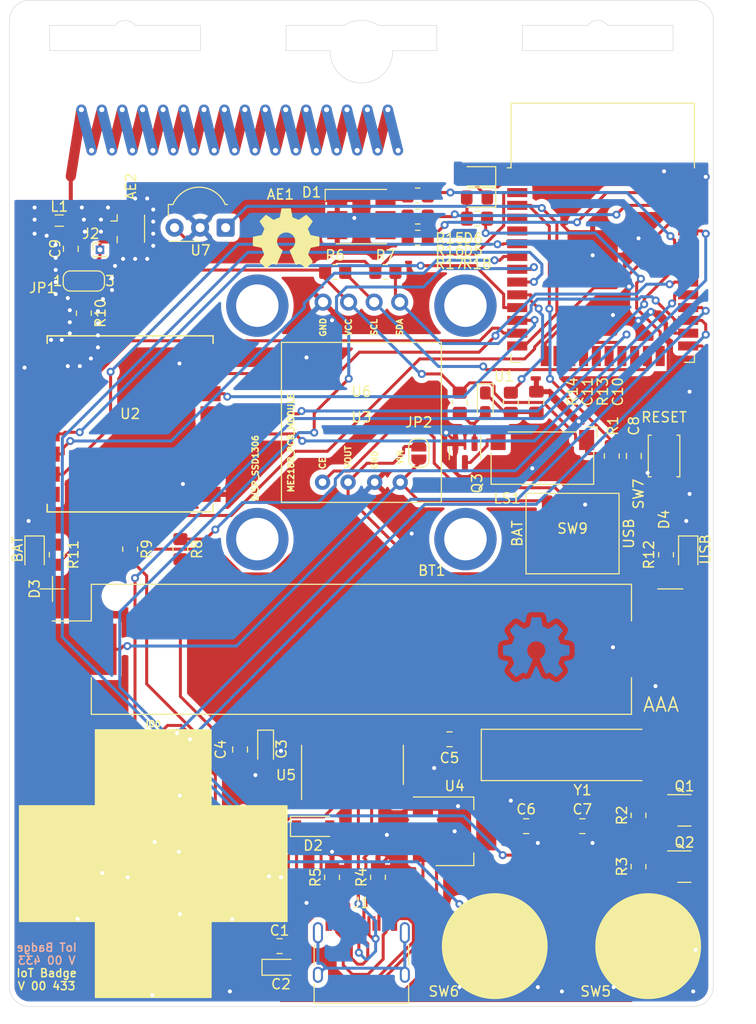
<source format=kicad_pcb>
(kicad_pcb (version 20211014) (generator pcbnew)
  (title_block (title "IoT Badge 433") (company "Galopago"))
  (layers (0 "F.Cu" signal) (31 "B.Cu" signal) (34 "B.Paste" user) (35 "F.Paste" user) (36 "B.SilkS" user "B.Silkscreen") (37 "F.SilkS" user "F.Silkscreen") (38 "B.Mask" user) (39 "F.Mask" user) (44 "Edge.Cuts" user))
  (net 0 "")
  (net 1 "Net-(R11-Pad2)")
  (net 2 "Net-(C1-Pad1)")
  (net 3 "Net-(C6-Pad1)")
  (net 4 "Net-(C7-Pad1)")
  (net 7 "Net-(R6-Pad2)")
  (net 8 "Net-(R7-Pad2)")
  (net 9 "Net-(R8-Pad1)")
  (net 10 "Net-(R8-Pad2)")
  (net 11 "Net-(R9-Pad1)")
  (net 18 "Net-(R9-Pad2)")
  (net 19 "Net-(U1-Pad6)")
  (net 20 "Net-(U1-Pad7)")
  (net 21 "Net-(U1-Pad11)")
  (net 22 "Net-(U1-Pad12)")
  (net 24 "Net-(U1-Pad13)")
  (net 25 "Net-(U1-Pad29)")
  (net 26 "Net-(Q1-Pad2)")
  (net 27 "Net-(AE1-Pad1)")
  (net 28 "Net-(U1-Pad30)")
  (net 29 "Net-(U1-Pad31)")
  (net 33 "+BATT")
  (net 34 "+3.3VP")
  (net 35 "Earth")
  (net 36 "Net-(J1-PadA5)")
  (net 38 "Net-(J1-PadB5)")
  (net 40 "unconnected-(J1-PadS1)")
  (net 41 "Net-(Q2-Pad2)")
  (net 46 "/EN")
  (net 47 "Net-(Q1-Pad1)")
  (net 49 "Net-(J1-PadA6)")
  (net 50 "Net-(J1-PadA7)")
  (net 51 "+3V3")
  (net 52 "Net-(Q2-Pad1)")
  (net 53 "Net-(C9-Pad2)")
  (net 54 "Net-(D2-Pad2)")
  (net 55 "Net-(JP1-Pad2)")
  (net 56 "Net-(AE2-Pad1)")
  (net 57 "Net-(R10-Pad2)")
  (net 58 "Net-(D3-Pad2)")
  (net 59 "Net-(SW9-Pad5)")
  (net 60 "Net-(D4-Pad2)")
  (net 61 "Net-(C10-Pad1)")
  (net 62 "Net-(C11-Pad2)")
  (net 63 "Net-(LS1-Pad2)")
  (net 64 "Net-(D1-Pad4)")
  (net 65 "Net-(D1-Pad5)")
  (net 66 "Net-(D1-Pad6)")
  (net 67 "/DAC-25")
  (net 68 "/LEDR-21")
  (net 69 "/LEDG-22")
  (net 70 "/LEDB-23")
  (net 71 "/IRLED-2")
  (net 72 "/SW5-32")
  (net 73 "/SW6-33")
  (net 74 "/SW1-0")
  (net 75 "/SW2-13")
  (net 76 "/SW3-16")
  (net 77 "/SW4-17")
  (net 78 "/IRDEC-12")
  (net 79 "Net-(D5-Pad2)")
  (net 80 "Net-(D5-Pad1)")
  (footprint "Symbol:OSHW-Symbol_6.7x6mm_SilkScreen" (layer "F.Cu") (at 127.508 73.66)
    (fp_text reference "SYMB2" hide)
    (fp_text value "OSHW-Symbol_6.7x6mm_SilkScreen" hide)
  )
  (footprint "Diode_SMD:D_SOD-123" (layer "F.Cu") (at 130.2 132.1)
    (fp_text reference "D2")
    (fp_text value "D_Schottky")
  )
  (footprint "Resistor_SMD:R_0805_2012Metric_Pad1.20x1.40mm_HandSolder" (layer "F.Cu") (at 140.6 73.6)
    (fp_text reference "R17")
    (fp_text value "220")
  )
  (footprint "Resistor_SMD:R_0805_2012Metric_Pad1.20x1.40mm_HandSolder" (layer "F.Cu") (at 146.5 71.7)
    (fp_text reference "R18")
    (fp_text value "500")
  )
  (footprint "Resistor_SMD:R_0805_2012Metric_Pad1.20x1.40mm_HandSolder" (layer "F.Cu") (at 140.6 69.4)
    (fp_text reference "R15")
    (fp_text value "220")
  )
  (footprint "Capacitor_SMD:C_0805_2012Metric_Pad1.18x1.45mm_HandSolder" (layer "F.Cu") (at 126.8613 144)
    (fp_text reference "C1")
    (fp_text value "100nF")
  )
  (footprint "Capacitor_Tantalum_SMD:CP_EIA-2012-15_AVX-P_Pad1.30x1.05mm_HandSolder" (layer "F.Cu") (at 125.476 124.419 -90)
    (fp_text reference "C3")
    (fp_text value "22uF")
  )
  (footprint "LED_SMD:LED_0805_2012Metric_Pad1.15x1.40mm_HandSolder" (layer "F.Cu") (at 146.5 67.5 180)
    (fp_text reference "D6")
    (fp_text value "IRLED")
  )
  (footprint "Battery_SMD:BatteryHolder_Keystone_1020_1xAAA" (layer "F.Cu") (at 135 114.5)
    (fp_text reference "BT1")
    (fp_text value "Battery_Cell")
  )
  (footprint "Capacitor_SMD:C_0805_2012Metric_Pad1.18x1.45mm_HandSolder" (layer "F.Cu") (at 151.384 132.08)
    (fp_text reference "C6")
    (fp_text value "22pF")
  )
  (footprint "Capacitor_Tantalum_SMD:CP_EIA-2012-15_AVX-P_Pad1.30x1.05mm_HandSolder" (layer "F.Cu") (at 127 146.1)
    (fp_text reference "C2")
    (fp_text value "22uF")
  )
  (footprint "Inductor_SMD:L_0805_2012Metric_Pad1.05x1.20mm_HandSolder" (layer "F.Cu") (at 104.95 71.9 180)
    (fp_text reference "L1")
    (fp_text value "L")
  )
  (footprint "Resistor_SMD:R_0805_2012Metric_Pad1.20x1.40mm_HandSolder" (layer "F.Cu") (at 107.4 81.1 -90)
    (fp_text reference "R10")
    (fp_text value "0")
  )
  (footprint "Capacitor_SMD:C_0805_2012Metric_Pad1.18x1.45mm_HandSolder" (layer "F.Cu") (at 162.1 95.29 -90)
    (fp_text reference "C8")
    (fp_text value "100nF")
  )
  (footprint "Jumper:SolderJumper-2_P1.3mm_Open_RoundedPad1.0x1.5mm" (layer "F.Cu") (at 140.716 94.996 90)
    (fp_text reference "JP2")
    (fp_text value "SolderJumper_2_Open")
  )
  (footprint "LED_SMD:LED_0805_2012Metric_Pad1.15x1.40mm_HandSolder" (layer "F.Cu") (at 167.5 105.1 -90)
    (fp_text reference "D4")
    (fp_text value "USBLED")
  )
  (footprint "RF_Module:ESP32-WROOM-32" (layer "F.Cu") (at 159 76.1)
    (fp_text reference "U1")
    (fp_text value "ESP32-WROOM-32")
  )
  (footprint "Connector_Coaxial:U.FL_Hirose_U.FL-R-SMT-1_Vertical" (layer "F.Cu") (at 111.6 72.7)
    (fp_text reference "AE2")
    (fp_text value "EXT U.FL")
  )
  (footprint "Button_Switch_SMD:SW_Push_1P1T_NO_6x6mm_H9.5mm" (layer "F.Cu") (at 114.3 128.15 45)
    (fp_text reference "SW1")
    (fp_text value "SW_Push")
  )
  (footprint "Connector_USB:USB_C_Receptacle_HRO_TYPE-C-31-M-12" (layer "F.Cu") (at 135 145.796)
    (fp_text reference "J1")
    (fp_text value "USB_C_Receptacle_USB2.0")
  )
  (footprint "Resistor_SMD:R_0805_2012Metric_Pad1.20x1.40mm_HandSolder" (layer "F.Cu") (at 112 104.55 -90)
    (fp_text reference "R9")
    (fp_text value "0")
  )
  (footprint "Resistor_SMD:R_0805_2012Metric_Pad1.20x1.40mm_HandSolder" (layer "F.Cu") (at 137.3871 77)
    (fp_text reference "R7")
    (fp_text value "10k")
  )
  (footprint "Package_TO_SOT_SMD:SOT-223-3_TabPin2" (layer "F.Cu") (at 144.272 132.588)
    (fp_text reference "U4")
    (fp_text value "AMS1117-3.3")
  )
  (footprint "Button_Switch_SMD:SW_Push_1P1T_NO_6x6mm_H9.5mm" (layer "F.Cu") (at 148.2614 144)
    (fp_text reference "SW6")
    (fp_text value "SW_Push")
  )
  (footprint "Button_Switch_SMD:SW_Push_1P1T_NO_6x6mm_H9.5mm" (layer "F.Cu") (at 114.3 143.45 45)
    (fp_text reference "SW2")
    (fp_text value "SW_Push")
  )
  (footprint "Capacitor_Tantalum_SMD:CP_EIA-2012-15_AVX-P_Pad1.30x1.05mm_HandSolder" (layer "F.Cu") (at 147.32 90 -90)
    (fp_text reference "C11")
    (fp_text value "100uF")
  )
  (footprint "Package_TO_SOT_SMD:SOT-23" (layer "F.Cu") (at 167.132 130.508)
    (fp_text reference "Q1")
    (fp_text value "BC847")
  )
  (footprint "Resistor_SMD:R_0805_2012Metric_Pad1.20x1.40mm_HandSolder" (layer "F.Cu") (at 149.86 90 90)
    (fp_text reference "R13")
    (fp_text value "220")
  )
  (footprint "Capacitor_SMD:C_0805_2012Metric_Pad1.18x1.45mm_HandSolder" (layer "F.Cu") (at 156.972 132.08)
    (fp_text reference "C7")
    (fp_text value "22pF")
  )
  (footprint "RF_PCB_Antenna:Micrel_Heli_2" (layer "F.Cu") (at 122.9 62.9)
    (fp_text reference "AE1")
    (fp_text value "Antenna 433")
  )
  (footprint "Capacitor_SMD:C_0805_2012Metric_Pad1.18x1.45mm_HandSolder" (layer "F.Cu") (at 122.936 124.46 -90)
    (fp_text reference "C4")
    (fp_text value "100nF")
  )
  (footprint "Resistor_SMD:R_0805_2012Metric_Pad1.20x1.40mm_HandSolder" (layer "F.Cu") (at 136.652 137.16 90)
    (fp_text reference "R4")
    (fp_text value "5.1k")
  )
  (footprint "Jumper:SolderJumper-3_P1.3mm_Bridged12_RoundedPad1.0x1.5mm_NumberLabels" (layer "F.Cu") (at 107.4 77.9)
    (fp_text reference "JP1")
    (fp_text value "Jumper_3_Bridged12")
  )
  (footprint "Crystal:Crystal_SMD_HC49-SD_HandSoldering" (layer "F.Cu") (at 157 125)
    (fp_text reference "Y1")
    (fp_text value "Crystal")
  )
  (footprint "Resistor_SMD:R_0805_2012Metric_Pad1.20x1.40mm_HandSolder" (layer "F.Cu") (at 132.3929 77)
    (fp_text reference "R6")
    (fp_text value "10k")
  )
  (footprint "Package_SO:SOIC-16_3.9x9.9mm_P1.27mm" (layer "F.Cu") (at 134.112 125.984 90)
    (fp_text reference "U5")
    (fp_text value "CH340G")
  )
  (footprint "Display_PCB:DISPLAY_SSD1306_128x64_I2C_0.96inch" (layer "F.Cu") (at 135 91.948)
    (fp_text reference "U3")
    (fp_text value "DISPLAY_SSD1306_128x64_I2C")
  )
  (footprint "DCDC_mini_PCB_module:ME2188_PCB_MODULE" (layer "F.Cu") (at 135 91.948)
    (fp_text reference "U6")
    (fp_text value "ME2188_PCB_MODULE")
  )
  (footprint "Button_Switch_SMD:SW_Push_1P1T_NO_6x6mm_H9.5mm" (layer "F.Cu") (at 163.5214 144)
    (fp_text reference "SW5")
    (fp_text value "SW_Push")
  )
  (footprint "LED_SMD:LED_0805_2012Metric_Pad1.15x1.40mm_HandSolder" (layer "F.Cu") (at 146.5 69.6 180)
    (fp_text reference "D5")
    (fp_text value "IRLED")
  )
  (footprint "Resistor_SMD:R_0805_2012Metric_Pad1.20x1.40mm_HandSolder" (layer "F.Cu") (at 140.6 71.5)
    (fp_text reference "R16")
    (fp_text value "220")
  )
  (footprint "Capacitor_SMD:C_0805_2012Metric_Pad1.18x1.45mm_HandSolder" (layer "F.Cu") (at 106.1 74.7 -90)
    (fp_text reference "C9")
    (fp_text value "C")
  )
  (footprint "Button_Switch_SMD:SW_Push_1P1T_NO_6x6mm_H9.5mm" (layer "F.Cu") (at 121.93 135.8 45)
    (fp_text reference "SW4")
    (fp_text value "SW_Push")
  )
  (footprint "Resistor_SMD:R_0805_2012Metric_Pad1.20x1.40mm_HandSolder" (layer "F.Cu") (at 132.08 137.16 90)
    (fp_text reference "R5")
    (fp_text value "5.1k")
  )
  (footprint "OptoDevice:Vishay_MOLD-3Pin" (layer "F.Cu") (at 121.5 72.6 180)
    (fp_text reference "U7")
    (fp_text value "TSOP41xx")
  )
  (footprint "Package_TO_SOT_SMD:SOT-23" (layer "F.Cu") (at 167.132 136.096)
    (fp_text reference "Q2")
    (fp_text value "BC847")
  )
  (footprint "Package_TO_SOT_SMD:SOT-23" (layer "F.Cu") (at 145.3 95 -90)
    (fp_text reference "Q3")
    (fp_text value "BC847")
  )
  (footprint "Speaker_SMD:Speaker_SMD-10mmx5mm" (layer "F.Cu") (at 153 95.5 180)
    (fp_text reference "LS1")
    (fp_text value "Speaker")
  )
  (footprint "Resistor_SMD:R_0805_2012Metric_Pad1.20x1.40mm_HandSolder" (layer "F.Cu") (at 162.56 131 90)
    (fp_text reference "R2")
    (fp_text value "10k")
  )
  (footprint "Slide_Switch_SMD:SW_Slide_2P2T_9mmx7.6mm" (layer "F.Cu") (at 156 103)
    (fp_text reference "SW9")
    (fp_text value "SW_PWR_USB_BAT")
  )
  (footprint "Capacitor_SMD:C_0805_2012Metric_Pad1.18x1.45mm_HandSolder" (layer "F.Cu") (at 152.4 89.9375 90)
    (fp_text reference "C10")
    (fp_text value "0.1uF")
  )
  (footprint "LED_SMD:LED_0805_2012Metric_Pad1.15x1.40mm_HandSolder" (layer "F.Cu") (at 102.5 105.1 -90)
    (fp_text reference "D3")
    (fp_text value "BATLED")
  )
  (footprint "RF_Module_alt:Ai-Thinker-Ra-02-LoRa-alt" (layer "F.Cu") (at 112 92.1)
    (fp_text reference "U2")
    (fp_text value "Ai-Thinker-Ra-02-alt")
  )
  (footprint "Resistor_SMD:R_0805_2012Metric_Pad1.20x1.40mm_HandSolder" (layer "F.Cu") (at 104.7 105.1 -90)
    (fp_text reference "R11")
    (fp_text value "1k")
  )
  (footprint "Resistor_SMD:R_0805_2012Metric_Pad1.20x1.40mm_HandSolder" (layer "F.Cu") (at 165.3 105.1 -90)
    (fp_text reference "R12")
    (fp_text value "1k")
  )
  (footprint "Connector_PinHeader_1.00mm:PinHeader_1x01_P1.00mm_Vertical" (layer "F.Cu") (at 109 74.8)
    (fp_text reference "J2")
    (fp_text value "Wire ANT")
  )
  (footprint "Resistor_SMD:R_0805_2012Metric_Pad1.20x1.40mm_HandSolder" (layer "F.Cu") (at 144.78 90 -90)
    (fp_text reference "R14")
    (fp_text value "2.2k")
  )
  (footprint "Button_Switch_SMD:SW_Push_1P1T_NO_6x6mm_H9.5mm" (layer "F.Cu") (at 106.67 135.8 45)
    (fp_text reference "SW3")
    (fp_text value "SW_Push")
  )
  (footprint "Capacitor_SMD:C_0805_2012Metric_Pad1.18x1.45mm_HandSolder" (layer "F.Cu") (at 143.764 123.444)
    (fp_text reference "C5")
    (fp_text value "100nF")
  )
  (footprint "Resistor_SMD:R_0805_2012Metric_Pad1.20x1.40mm_HandSolder" (layer "F.Cu") (at 162.56 136.096 90)
    (fp_text reference "R3")
    (fp_text value "10k")
  )
  (footprint "LED_SMD:LED_RGB_5050-6" (layer "F.Cu") (at 135 71.5)
    (fp_text reference "D1")
    (fp_text value "LED_RGB")
  )
  (footprint "Button_Switch_SMD:SW_Push_SPST_NO_Alps_SKRK" (layer "F.Cu") (at 165.1 95.29 90)
    (fp_text reference "SW7")
    (fp_text value "E")
  )
  (footprint "Resistor_SMD:R_0805_2012Metric_Pad1.20x1.40mm_HandSolder" (layer "F.Cu") (at 117 104.55 -90)
    (fp_text reference "R8")
    (fp_text value "0")
  )
  (footprint "Resistor_SMD:R_0805_2012Metric_Pad1.20x1.40mm_HandSolder" (layer "F.Cu") (at 159.9 95.29 90)
    (fp_text reference "R1")
    (fp_text value "10k")
  )
  (footprint "Symbol:OSHW-Symbol_6.7x6mm_Copper" (layer "B.Cu") (at 152.4 114.3 180)
    (fp_text reference "SYMB1" hide)
    (fp_text value "OSHW-Symbol_6.7x6mm_Copper" hide)
  )
  (gr_rect (start 101 130.05) (end 127.6 141.55) (layer "F.SilkS") (width 0.12) (fill solid))
  (gr_circle (center 163.5214 144) (end 168.7214 144) (layer "F.SilkS") (width 0.12) (fill solid))
  (gr_rect (start 108.55 122.5) (end 120.05 149.1) (layer "F.SilkS") (width 0.12) (fill solid))
  (gr_circle (center 148.2614 144) (end 153.4614 144) (layer "F.SilkS") (width 0.12) (fill solid))
  (gr_line (start 106.67 135.8) (end 121.93 135.8) (layer "F.SilkS") (width 0.12))
  (gr_line (start 114.3 128.15) (end 114.3 143.45) (layer "F.SilkS") (width 0.12))
  (gr_line (start 104 52.5) (end 110.5 52.5) (layer "Edge.Cuts") (width 0.05))
  (gr_line (start 102 50) (end 168 50) (layer "Edge.Cuts") (width 0.05))
  (gr_line (start 170 52) (end 170 148) (layer "Edge.Cuts") (width 0.05))
  (gr_line (start 127.5 52.5) (end 127.5 55) (layer "Edge.Cuts") (width 0.05))
  (gr_line (start 119 52.5) (end 119 55) (layer "Edge.Cuts") (width 0.05))
  (gr_arc (start 133.3 52.5) (mid 135 51.993208) (end 136.7 52.5) (layer "Edge.Cuts") (width 0.05))
  (gr_line (start 159.5 52.5) (end 166 52.5) (layer "Edge.Cuts") (width 0.05))
  (gr_arc (start 138.1 55) (mid 135 58.224191) (end 131.9 55) (layer "Edge.Cuts") (width 0.05))
  (gr_line (start 138.1 55) (end 142.5 55) (layer "Edge.Cuts") (width 0.05))
  (gr_arc (start 110.5 52.5) (mid 111.5 52.001418) (end 112.5 52.5) (layer "Edge.Cuts") (width 0.05))
  (gr_line (start 136.7 52.5) (end 142.5 52.5) (layer "Edge.Cuts") (width 0.05))
  (gr_line (start 151 55) (end 166 55) (layer "Edge.Cuts") (width 0.05))
  (gr_line (start 112.5 52.5) (end 119 52.5) (layer "Edge.Cuts") (width 0.05))
  (gr_line (start 166 52.5) (end 166 55) (layer "Edge.Cuts") (width 0.05))
  (gr_line (start 104 55) (end 119 55) (layer "Edge.Cuts") (width 0.05))
  (gr_line (start 142.5 52.5) (end 142.5 55) (layer "Edge.Cuts") (width 0.05))
  (gr_line (start 100 52) (end 100 148) (layer "Edge.Cuts") (width 0.05))
  (gr_line (start 104 52.5) (end 104 55) (layer "Edge.Cuts") (width 0.05))
  (gr_arc (start 170 148) (mid 169.414214 149.414214) (end 168 150) (layer "Edge.Cuts") (width 0.05))
  (gr_arc (start 168 50) (mid 169.414214 50.585786) (end 170 52) (layer "Edge.Cuts") (width 0.05))
  (gr_line (start 151 52.5) (end 157.5 52.5) (layer "Edge.Cuts") (width 0.05))
  (gr_arc (start 102 150) (mid 100.585786 149.414214) (end 100 148) (layer "Edge.Cuts") (width 0.05))
  (gr_line (start 127.5 52.5) (end 133.3 52.5) (layer "Edge.Cuts") (width 0.05))
  (gr_line (start 102 150) (end 168 150) (layer "Edge.Cuts") (width 0.05))
  (gr_arc (start 157.5 52.5) (mid 158.5 52.001418) (end 159.5 52.5) (layer "Edge.Cuts") (width 0.05))
  (gr_line (start 127.5 55) (end 131.9 55) (layer "Edge.Cuts") (width 0.05))
  (gr_arc (start 100 52) (mid 100.585786 50.585786) (end 102 50) (layer "Edge.Cuts") (width 0.05))
  (gr_line (start 151 52.5) (end 151 55) (layer "Edge.Cuts") (width 0.05))
  (gr_text "IoT Badge\nV 00 433" (at 103.7 144.78) (layer "B.SilkS") (effects (font (size 0.8 0.8)) (justify mirror)))
  (gr_text "GND" (at 131.19 82.5 90) (layer "F.SilkS") (effects (font (size 0.6 0.6))))
  (gr_text "BAT" (at 150.5 103 90) (layer "F.SilkS") (effects (font (size 1 1))))
  (gr_text "DISP_SSD1306" (at 124.46 96.5 90) (layer "F.SilkS") (effects (font (size 0.6 0.6))))
  (gr_text "VOUT" (at 133.677 95.4 90) (layer "F.SilkS") (effects (font (size 0.6 0.6))))
  (gr_text "IoT Badge\nV 00 433" (at 103.7 147.32) (layer "F.SilkS") (effects (font (size 0.8 0.8))))
  (gr_text "BAT" (at 100.8 104.57 90) (layer "F.SilkS") (effects (font (size 1 1))))
  (gr_text "IO0" (at 114.3 121.92) (layer "F.SilkS") (effects (font (size 0.6 0.6))))
  (gr_text "GND" (at 136.323 95.7 90) (layer "F.SilkS") (effects (font (size 0.6 0.6))))
  (gr_text "CE" (at 131.137 96 90) (layer "F.SilkS") (effects (font (size 0.6 0.6))))
  (gr_text "USB" (at 161.6 103 90) (layer "F.SilkS") (effects (font (size 1 1))))
  (gr_text "ME2188_PCB_MODULE" (at 128 93.98 90) (layer "F.SilkS") (effects (font (size 0.6 0.6))))
  (gr_text "VIN" (at 138.863 95.4 90) (layer "F.SilkS") (effects (font (size 0.6 0.6))))
  (gr_text "SCL" (at 136.27 82.5 90) (layer "F.SilkS") (effects (font (size 0.6 0.6))))
  (gr_text "USB" (at 169.2 104.57 90) (layer "F.SilkS") (effects (font (size 1 1))))
  (gr_text "RESET" (at 165.1 91.44) (layer "F.SilkS") (effects (font (size 1 1))))
  (gr_text "VCC" (at 133.73 82.5 90) (layer "F.SilkS") (effects (font (size 0.6 0.6))))
  (gr_text "AAA" (at 164.8 120) (layer "F.SilkS") (effects (font (size 1.4 1.4))))
  (gr_text "SDA" (at 138.81 82.5 90) (layer "F.SilkS") (effects (font (size 0.6 0.6))))
  (segment (start 133.677 99.4004) (end 133.677 97.898) (width 0.3) (layer "F.Cu") (net 1))
  (segment (start 133.677 97.898) (end 135.563 96.012) (width 0.3) (layer "F.Cu") (net 1))
  (segment (start 139.334 94.346) (end 140.716 94.346) (width 0.3) (layer "F.Cu") (net 1))
  (segment (start 126.064 107.013) (end 133.677 99.4004) (width 0.3) (layer "F.Cu") (net 1))
  (segment (start 120.629 104.55) (end 123.092 107.013) (width 0.3) (layer "F.Cu") (net 1))
  (segment (start 135.563 96.012) (end 138.176 96.012) (width 0.3) (layer "F.Cu") (net 1))
  (segment (start 141.275 106.998) (end 133.677 99.4004) (width 0.3) (layer "F.Cu") (net 1))
  (segment (start 104.7 106.1) (end 106.25 104.55) (width 0.3) (layer "F.Cu") (net 1))
  (segment (start 152.327 106.998) (end 141.275 106.998) (width 0.3) (layer "F.Cu") (net 1))
  (segment (start 139.192 94.996) (end 139.192 94.488) (width 0.3) (layer "F.Cu") (net 1))
  (segment (start 153.5 105.825) (end 152.327 106.998) (width 0.3) (layer "F.Cu") (net 1))
  (segment (start 138.176 96.012) (end 139.192 94.996) (width 0.3) (layer "F.Cu") (net 1))
  (segment (start 139.192 94.488) (end 139.334 94.346) (width 0.3) (layer "F.Cu") (net 1))
  (segment (start 123.092 107.013) (end 126.064 107.013) (width 0.3) (layer "F.Cu") (net 1))
  (segment (start 106.25 104.55) (end 120.629 104.55) (width 0.3) (layer "F.Cu") (net 1))
  (segment (start 125.824 144.0148) (end 125.824 144.0074) (width 0.3) (layer "F.Cu") (net 2))
  (segment (start 125.824 144.0018) (end 125.824 144.0009) (width 0.3) (layer "F.Cu") (net 2))
  (segment (start 125.824 144.1185) (end 125.824 144.0592) (width 0.3) (layer "F.Cu") (net 2))
  (segment (start 125.824 144.949) (end 125.824 144.474) (width 0.3) (layer "F.Cu") (net 2))
  (segment (start 125.824 144.0037) (end 125.824 144.0018) (width 0.3) (layer "F.Cu") (net 2))
  (segment (start 128.55 141.274) (end 128.55 132.1) (width 0.3) (layer "F.Cu") (net 2))
  (segment (start 125.824 144.0074) (end 125.824 144.0037) (width 0.3) (layer "F.Cu") (net 2))
  (segment (start 125.824 144.0002) (end 125.824 144.0001) (width 0.3) (layer "F.Cu") (net 2))
  (segment (start 125.824 144.0018) (end 125.824 144.0009) (width 0.3) (layer "F.Cu") (net 2))
  (segment (start 125.824 144.0592) (end 125.824 144.0296) (width 0.3) (layer "F.Cu") (net 2))
  (segment (start 125.824 144.0296) (end 125.824 144.0148) (width 0.3) (layer "F.Cu") (net 2))
  (segment (start 125.824 144.474) (end 125.824 144.237) (width 0.3) (layer "F.Cu") (net 2))
  (segment (start 141.122 134.888) (end 141.122 143.323) (width 0.3) (layer "F.Cu") (net 2))
  (segment (start 125.824 144.0004) (end 125.824 144.0002) (width 0.3) (layer "F.Cu") (net 2))
  (segment (start 125.824 144.0002) (end 125.824 144.0001) (width 0.3) (layer "F.Cu") (net 2))
  (segment (start 125.824 144.0074) (end 125.824 144.0037) (width 0.3) (layer "F.Cu") (net 2))
  (segment (start 126.025 146.1) (end 125.824 145.899) (width 0.3) (layer "F.Cu") (net 2))
  (segment (start 125.824 144) (end 128.55 141.274) (width 0.3) (layer "F.Cu") (net 2))
  (segment (start 125.824 144.0004) (end 125.824 144.0002) (width 0.3) (layer "F.Cu") (net 2))
  (segment (start 125.824 144.0037) (end 125.824 144.0018) (width 0.3) (layer "F.Cu") (net 2))
  (segment (start 125.824 144.237) (end 125.824 144.1185) (width 0.3) (layer "F.Cu") (net 2))
  (segment (start 125.824 144.0592) (end 125.824 144.0296) (width 0.3) (layer "F.Cu") (net 2))
  (segment (start 125.824 144.0037) (end 125.824 144.0018) (width 0.3) (layer "F.Cu") (net 2))
  (segment (start 125.824 144.0001) (end 125.824 144) (width 0.3) (layer "F.Cu") (net 2))
  (segment (start 125.824 144.474) (end 125.824 144.237) (width 0.3) (layer "F.Cu") (net 2))
  (segment (start 125.824 144.0148) (end 125.824 144.0074) (width 0.3) (layer "F.Cu") (net 2))
  (segment (start 125.824 144) (end 125.8238 144) (width 0.3) (layer "F.Cu") (net 2))
  (segment (start 125.824 144.1185) (end 125.824 144.0592) (width 0.3) (layer "F.Cu") (net 2))
  (segment (start 125.824 144.0296) (end 125.824 144.0148) (width 0.3) (layer "F.Cu") (net 2))
  (segment (start 125.824 144.0009) (end 125.824 144.0004) (width 0.3) (layer "F.Cu") (net 2))
  (segment (start 125.824 144.0148) (end 125.824 144.0074) (width 0.3) (layer "F.Cu") (net 2))
  (segment (start 141.122 143.323) (end 136.1 148.345) (width 0.3) (layer "F.Cu") (net 2))
  (segment (start 125.824 144.0001) (end 125.824 144) (width 0.3) (layer "F.Cu") (net 2))
  (segment (start 125.824 144.0002) (end 125.824 144.0001) (width 0.3) (layer "F.Cu") (net 2))
  (segment (start 125.824 144.0592) (end 125.824 144.0296) (width 0.3) (layer "F.Cu") (net 2))
  (segment (start 125.824 144.0074) (end 125.824 144.0037) (width 0.3) (layer "F.Cu") (net 2))
  (segment (start 125.824 144.237) (end 125.824 144.1185) (width 0.3) (layer "F.Cu") (net 2))
  (segment (start 125.824 144.949) (end 125.824 144.474) (width 0.3) (layer "F.Cu") (net 2))
  (segment (start 125.824 144.95) (end 125.824 144.949) (width 0.3) (layer "F.Cu") (net 2))
  (segment (start 125.824 144.0004) (end 125.824 144.0002) (width 0.3) (layer "F.Cu") (net 2))
  (segment (start 125.824 144.1185) (end 125.824 144.0592) (width 0.3) (layer "F.Cu") (net 2))
  (segment (start 125.824 144.95) (end 125.824 144.949) (width 0.3) (layer "F.Cu") (net 2))
  (segment (start 125.824 144.474) (end 125.824 144.237) (width 0.3) (layer "F.Cu") (net 2))
  (segment (start 128.27 148.345) (end 126.025 146.1) (width 0.3) (layer "F.Cu") (net 2))
  (segment (start 125.824 144.237) (end 125.824 144.1185) (width 0.3) (layer "F.Cu") (net 2))
  (segment (start 125.824 145.899) (end 125.824 144.95) (width 0.3) (layer "F.Cu") (net 2))
  (segment (start 125.824 144.0296) (end 125.824 144.0148) (width 0.3) (layer "F.Cu") (net 2))
  (segment (start 125.824 144.0009) (end 125.824 144.0004) (width 0.3) (layer "F.Cu") (net 2))
  (segment (start 136.1 148.345) (end 128.27 148.345) (width 0.3) (layer "F.Cu") (net 2))
  (segment (start 125.824 144.0001) (end 125.824 144) (width 0.3) (layer "F.Cu") (net 2))
  (segment (start 125.824 144.0009) (end 125.824 144.0004) (width 0.3) (layer "F.Cu") (net 2))
  (segment (start 125.824 144.0018) (end 125.824 144.0009) (width 0.3) (layer "F.Cu") (net 2))
  (segment (start 146.775 125) (end 151.062 125) (width 0.3) (layer "F.Cu") (net 3))
  (segment (start 139.511 129.188) (end 146.775 129.188) (width 0.3) (layer "F.Cu") (net 3))
  (segment (start 138.864 129.836) (end 139.511 129.188) (width 0.3) (layer "F.Cu") (net 3))
  (segment (start 148.978 130.712) (end 149.434 131.168) (width 0.3) (layer "F.Cu") (net 3))
  (segment (start 138.243 129.836) (end 138.864 129.836) (width 0.3) (layer "F.Cu") (net 3))
  (segment (start 149.8905 131.624) (end 150.3465 132.08) (width 0.3) (layer "F.Cu") (net 3))
  (segment (start 149.434 131.168) (end 149.89 131.624) (width 0.3) (layer "F.Cu") (net 3))
  (segment (start 148.978 130.712) (end 149.434 131.168) (width 0.3) (layer "F.Cu") (net 3))
  (segment (start 146.775 129.188) (end 146.775 125) (width 0.3) (layer "F.Cu") (net 3))
  (segment (start 146.775 129.188) (end 147.454 129.188) (width 0.3) (layer "F.Cu") (net 3))
  (segment (start 149.89 131.624) (end 150.346 132.08) (width 0.3) (layer "F.Cu") (net 3))
  (segment (start 137.287 128.459) (end 137.287 128.88) (width 0.3) (layer "F.Cu") (net 3))
  (segment (start 137.287 128.88) (end 138.243 129.836) (width 0.3) (layer "F.Cu") (net 3))
  (segment (start 149.89 131.624) (end 149.8905 131.624) (width 0.3) (layer "F.Cu") (net 3))
  (segment (start 147.454 129.188) (end 148.978 130.712) (width 0.3) (layer "F.Cu") (net 3))
  (segment (start 151.062 125) (end 151.0625 125) (width 0.3) (layer "F.Cu") (net 3))
  (segment (start 162.9375 125) (end 158.65 125) (width 0.3) (layer "F.Cu") (net 4))
  (segment (start 155.934 128.807) (end 155.934 129.898) (width 0.3) (layer "F.Cu") (net 4))
  (segment (start 158.65 125) (end 157.584 126.066) (width 0.3) (layer "F.Cu") (net 4))
  (segment (start 155.934 130.989) (end 155.934 132.08) (width 0.3) (layer "F.Cu") (net 4))
  (segment (start 155.168 123.65) (end 157.584 126.066) (width 0.3) (layer "F.Cu") (net 4))
  (segment (start 155.934 129.898) (end 155.934 130.989) (width 0.3) (layer "F.Cu") (net 4))
  (segment (start 155.9345 130.9895) (end 155.9345 132.08) (width 0.3) (layer "F.Cu") (net 4))
  (segment (start 138.557 128.459) (end 141.781 128.459) (width 0.3) (layer "F.Cu") (net 4))
  (segment (start 155.934 127.715) (end 155.934 128.806) (width 0.3) (layer "F.Cu") (net 4))
  (segment (start 157.584 126.066) (end 155.934 127.715) (width 0.3) (layer "F.Cu") (net 4))
  (segment (start 155.934 130.989) (end 155.9345 130.9895) (width 0.3) (layer "F.Cu") (net 4))
  (segment (start 155.934 128.806) (end 155.934 128.807) (width 0.3) (layer "F.Cu") (net 4))
  (segment (start 155.934 128.806) (end 155.934 128.807) (width 0.3) (layer "F.Cu") (net 4))
  (segment (start 146.59 123.65) (end 155.168 123.65) (width 0.3) (layer "F.Cu") (net 4))
  (segment (start 155.934 128.807) (end 155.934 129.898) (width 0.3) (layer "F.Cu") (net 4))
  (segment (start 162.938 125) (end 162.9375 125) (width 0.3) (layer "F.Cu") (net 4))
  (segment (start 141.781 128.459) (end 146.59 123.65) (width 0.3) (layer "F.Cu") (net 4))
  (segment (start 133.393 77.0906) (end 133.393 77.0905) (width 0.3) (layer "F.Cu") (net 7))
  (segment (start 163.445 86.7051) (end 147.428 86.7051) (width 0.3) (layer "F.Cu") (net 7))
  (segment (start 133.393 77.0302) (end 133.393 77) (width 0.3) (layer "F.Cu") (net 7))
  (segment (start 133.393 77.0905) (end 133.393 77.0604) (width 0.3) (layer "F.Cu") (net 7))
  (segment (start 133.393 77.0906) (end 133.393 77.0905) (width 0.3) (layer "F.Cu") (net 7))
  (segment (start 133.3929 77.0301) (end 133.3929 77) (width 0.3) (layer "F.Cu") (net 7))
  (segment (start 136.27 79.998) (end 133.393 77.1209) (width 0.3) (layer "F.Cu") (net 7))
  (segment (start 133.393 77.1209) (end 133.393 77.0906) (width 0.3) (layer "F.Cu") (net 7))
  (segment (start 133.393 77.0302) (end 133.3929 77.0301) (width 0.3) (layer "F.Cu") (net 7))
  (segment (start 163.445 85.355) (end 163.445 86.7051) (width 0.3) (layer "F.Cu") (net 7))
  (segment (start 147.428 86.7051) (end 147.116 86.3929) (width 0.3) (layer "F.Cu") (net 7))
  (segment (start 133.393 77.0604) (end 133.393 77.0302) (width 0.3) (layer "F.Cu") (net 7))
  (segment (start 133.393 77.0905) (end 133.393 77.0604) (width 0.3) (layer "F.Cu") (net 7))
  (via (at 147.116 86.3929) (size 0.8) (drill 0.4) (layers "F.Cu" "B.Cu") (net 7))
  (segment (start 136.27 79.998) (end 142.665 86.3929) (width 0.3) (layer "B.Cu") (net 7))
  (segment (start 142.665 86.3929) (end 147.116 86.3929) (width 0.3) (layer "B.Cu") (net 7))
  (segment (start 166.15 83.085) (end 166.15 81.7205) (width 0.3) (layer "F.Cu") (net 8))
  (segment (start 138.387 77.6437) (end 138.3871 77.6436) (width 0.3) (layer "F.Cu") (net 8))
  (segment (start 138.387 78.2875) (end 138.387 77.6437) (width 0.3) (layer "F.Cu") (net 8))
  (segment (start 138.387 78.9312) (end 138.387 78.2875) (width 0.3) (layer "F.Cu") (net 8))
  (segment (start 138.3871 77.6436) (end 138.3871 77) (width 0.3) (layer "F.Cu") (net 8))
  (segment (start 138.387 79.5751) (end 138.387 78.9313) (width 0.3) (layer "F.Cu") (net 8))
  (segment (start 138.387 77.6437) (end 138.387 77) (width 0.3) (layer "F.Cu") (net 8))
  (segment (start 138.387 78.9313) (end 138.387 78.9312) (width 0.3) (layer "F.Cu") (net 8))
  (segment (start 138.81 79.998) (end 138.387 79.5751) (width 0.3) (layer "F.Cu") (net 8))
  (segment (start 166.15 81.7205) (end 164.268 79.8387) (width 0.3) (layer "F.Cu") (net 8))
  (segment (start 167.5 83.085) (end 166.15 83.085) (width 0.3) (layer "F.Cu") (net 8))
  (segment (start 138.387 78.9313) (end 138.387 78.9312) (width 0.3) (layer "F.Cu") (net 8))
  (segment (start 138.387 78.9312) (end 138.387 78.2875) (width 0.3) (layer "F.Cu") (net 8))
  (via (at 164.268 79.8387) (size 0.8) (drill 0.4) (layers "F.Cu" "B.Cu") (net 8))
  (segment (start 148.626 84.1152) (end 151.882 80.8594) (width 0.3) (layer "B.Cu") (net 8))
  (segment (start 142.927 84.1152) (end 148.626 84.1152) (width 0.3) (layer "B.Cu") (net 8))
  (segment (start 162.577 79.6998) (end 162.814 79.4634) (width 0.3) (layer "B.Cu") (net 8))
  (segment (start 162.814 79.4634) (end 163.893 79.4634) (width 0.3) (layer "B.Cu") (net 8))
  (segment (start 151.882 80.3337) (end 152.516 79.6998) (width 0.3) (layer "B.Cu") (net 8))
  (segment (start 163.893 79.4634) (end 164.268 79.8387) (width 0.3) (layer "B.Cu") (net 8))
  (segment (start 138.81 79.998) (end 142.927 84.1152) (width 0.3) (layer "B.Cu") (net 8))
  (segment (start 151.882 80.8594) (end 151.882 80.3337) (width 0.3) (layer "B.Cu") (net 8))
  (segment (start 152.516 79.6998) (end 162.577 79.6998) (width 0.3) (layer "B.Cu") (net 8))
  (segment (start 169.124 73.1985) (end 169.245 73.1985) (width 0.3) (layer "F.Cu") (net 9))
  (segment (start 167.5 72.925) (end 168.85 72.925) (width 0.3) (layer "F.Cu") (net 9))
  (segment (start 117 103.55) (end 119.528 103.55) (width 0.3) (layer "F.Cu") (net 9))
  (segment (start 119.528 103.55) (end 120.475 102.603) (width 0.3) (layer "F.Cu") (net 9))
  (segment (start 168.85 72.925) (end 169.124 73.1985) (width 0.3) (layer "F.Cu") (net 9))
  (via (at 169.245 73.1985) (size 0.8) (drill 0.4) (layers "F.Cu" "B.Cu") (net 9))
  (via (at 120.475 102.603) (size 0.8) (drill 0.4) (layers "F.Cu" "B.Cu") (net 9))
  (segment (start 123.169 99.9094) (end 130.707 99.9094) (width 0.3) (layer "B.Cu") (net 9))
  (segment (start 133.237 96.7569) (end 150.328 96.7569) (width 0.3) (layer "B.Cu") (net 9))
  (segment (start 132.407 97.5867) (end 133.237 96.7569) (width 0.3) (layer "B.Cu") (net 9))
  (segment (start 150.328 96.7569) (end 169.245 77.8404) (width 0.3) (layer "B.Cu") (net 9))
  (segment (start 169.245 77.8404) (end 169.245 73.1985) (width 0.3) (layer "B.Cu") (net 9))
  (segment (start 132.407 98.2097) (end 132.407 97.5867) (width 0.3) (layer "B.Cu") (net 9))
  (segment (start 130.707 99.9094) (end 132.407 98.2097) (width 0.3) (layer "B.Cu") (net 9))
  (segment (start 120.475 102.603) (end 123.169 99.9094) (width 0.3) (layer "B.Cu") (net 9))
  (segment (start 122.274 124.46) (end 123.575 124.46) (width 0.3) (layer "F.Cu") (net 10))
  (segment (start 124.6 125.485) (end 124.6 126.104) (width 0.3) (layer "F.Cu") (net 10))
  (segment (start 123.575 124.46) (end 124.6 125.485) (width 0.3) (layer "F.Cu") (net 10))
  (segment (start 124.6 126.104) (end 125.239 126.743) (width 0.3) (layer "F.Cu") (net 10))
  (segment (start 117 119.186) (end 122.274 124.46) (width 0.3) (layer "F.Cu") (net 10))
  (segment (start 129.65 126.743) (end 130.937 128.03) (width 0.3) (layer "F.Cu") (net 10))
  (segment (start 117 105.55) (end 117 119.186) (width 0.3) (layer "F.Cu") (net 10))
  (segment (start 125.239 126.743) (end 129.65 126.743) (width 0.3) (layer "F.Cu") (net 10))
  (segment (start 130.937 128.03) (end 130.937 128.459) (width 0.3) (layer "F.Cu") (net 10))
  (segment (start 114.347 101.203) (end 112 103.55) (width 0.3) (layer "F.Cu") (net 11))
  (segment (start 158.111 78.5693) (end 152.228 84.4516) (width 0.3) (layer "F.Cu") (net 11))
  (segment (start 131.624 94.8218) (end 128.439 94.8218) (width 0.3) (layer "F.Cu") (net 11))
  (segment (start 164.383 73.4216) (end 164.383 74.4887) (width 0.3) (layer "F.Cu") (net 11))
  (segment (start 140.803 85.6428) (end 131.624 94.8218) (width 0.3) (layer "F.Cu") (net 11))
  (segment (start 152.228 84.6481) (end 151.234 85.6428) (width 0.3) (layer "F.Cu") (net 11))
  (segment (start 164.383 74.4887) (end 160.303 78.5693) (width 0.3) (layer "F.Cu") (net 11))
  (segment (start 128.439 94.8218) (end 122.058 101.203) (width 0.3) (layer "F.Cu") (net 11))
  (segment (start 160.303 78.5693) (end 158.111 78.5693) (width 0.3) (layer "F.Cu") (net 11))
  (segment (start 167.5 71.655) (end 166.15 71.655) (width 0.3) (layer "F.Cu") (net 11))
  (segment (start 152.228 84.4516) (end 152.228 84.6481) (width 0.3) (layer "F.Cu") (net 11))
  (segment (start 151.234 85.6428) (end 140.803 85.6428) (width 0.3) (layer "F.Cu") (net 11))
  (segment (start 166.15 71.655) (end 164.383 73.4216) (width 0.3) (layer "F.Cu") (net 11))
  (segment (start 122.058 101.203) (end 114.347 101.203) (width 0.3) (layer "F.Cu") (net 11))
  (segment (start 113.646 117.941) (end 113.646 107.196) (width 0.3) (layer "F.Cu") (net 18))
  (segment (start 113.646 107.196) (end 112 105.55) (width 0.3) (layer "F.Cu") (net 18))
  (segment (start 125.528 129.823) (end 113.646 117.941) (width 0.3) (layer "F.Cu") (net 18))
  (segment (start 131.265 129.823) (end 125.528 129.823) (width 0.3) (layer "F.Cu") (net 18))
  (segment (start 132.207 128.459) (end 132.207 128.882) (width 0.3) (layer "F.Cu") (net 18))
  (segment (start 132.207 128.882) (end 131.265 129.823) (width 0.3) (layer "F.Cu") (net 18))
  (segment (start 105.35 97.1) (end 110.058 92.3918) (width 0.3) (layer "F.Cu") (net 19))
  (segment (start 149.094 74.251) (end 148.533 74.251) (width 0.3) (layer "F.Cu") (net 19))
  (segment (start 110.058 92.3918) (end 110.058 86.919) (width 0.3) (layer "F.Cu") (net 19))
  (segment (start 104 97.1) (end 105.35 97.1) (width 0.3) (layer "F.Cu") (net 19))
  (segment (start 149.15 74.195) (end 149.094 74.251) (width 0.3) (layer "F.Cu") (net 19))
  (segment (start 150.5 74.195) (end 149.15 74.195) (width 0.3) (layer "F.Cu") (net 19))
  (via (at 148.533 74.251) (size 0.8) (drill 0.4) (layers "F.Cu" "B.Cu") (net 19))
  (via (at 110.058 86.919) (size 0.8) (drill 0.4) (layers "F.Cu" "B.Cu") (net 19))
  (segment (start 110.058 86.919) (end 122.726 74.251) (width 0.3) (layer "B.Cu") (net 19))
  (segment (start 122.726 74.251) (end 148 74.251) (width 0.3) (layer "B.Cu") (net 19))
  (segment (start 150.5 75.465) (end 149.15 75.465) (width 0.3) (layer "F.Cu") (net 20))
  (segment (start 148.775 75.8397) (end 148.247 75.8397) (width 0.3) (layer "F.Cu") (net 20))
  (segment (start 105.35 95.1) (end 105.35 94.4966) (width 0.3) (layer "F.Cu") (net 20))
  (segment (start 149.15 75.465) (end 148.775 75.8397) (width 0.3) (layer "F.Cu") (net 20))
  (segment (start 105.35 94.4966) (end 106.046 93.8004) (width 0.3) (layer "F.Cu") (net 20))
  (segment (start 104 95.1) (end 105.35 95.1) (width 0.3) (layer "F.Cu") (net 20))
  (via (at 106.046 93.8004) (size 0.8) (drill 0.4) (layers "F.Cu" "B.Cu") (net 20))
  (via (at 148.247 75.8397) (size 0.8) (drill 0.4) (layers "F.Cu" "B.Cu") (net 20))
  (segment (start 132.312 77.1257) (end 141.205 77.1257) (width 0.3) (layer "B.Cu") (net 20))
  (segment (start 129.323 80.554) (end 129.323 80.1148) (width 0.3) (layer "B.Cu") (net 20))
  (segment (start 129.323 80.1148) (end 132.312 77.1257) (width 0.3) (layer "B.Cu") (net 20))
  (segment (start 141.205 77.1257) (end 142.491 75.8397) (width 0.3) (layer "B.Cu") (net 20))
  (segment (start 142.491 75.8397) (end 148.247 75.8397) (width 0.3) (layer "B.Cu") (net 20))
  (segment (start 116.077 93.8004) (end 129.323 80.554) (width 0.3) (layer "B.Cu") (net 20))
  (segment (start 106.046 93.8004) (end 116.077 93.8004) (width 0.3) (layer "B.Cu") (net 20))
  (segment (start 104 93.1) (end 105.35 93.1) (width 0.3) (layer "F.Cu") (net 21))
  (segment (start 105.516 92.9338) (end 106.985 92.9338) (width 0.3) (layer "F.Cu") (net 21))
  (segment (start 149.15 80.545) (end 149.15 79.2157) (width 0.3) (layer "F.Cu") (net 21))
  (segment (start 105.35 93.1) (end 105.516 92.9338) (width 0.3) (layer "F.Cu") (net 21))
  (segment (start 149.15 79.2157) (end 146.31 76.3756) (width 0.3) (layer "F.Cu") (net 21))
  (segment (start 146.31 76.3756) (end 140.894 76.3756) (width 0.3) (layer "F.Cu") (net 21))
  (segment (start 150.5 80.545) (end 149.15 80.545) (width 0.3) (layer "F.Cu") (net 21))
  (via (at 140.894 76.3756) (size 0.8) (drill 0.4) (layers "F.Cu" "B.Cu") (net 21))
  (via (at 106.985 92.9338) (size 0.8) (drill 0.4) (layers "F.Cu" "B.Cu") (net 21))
  (segment (start 106.985 92.9338) (end 123.544 76.3756) (width 0.3) (layer "B.Cu") (net 21))
  (segment (start 123.544 76.3756) (end 140.894 76.3756) (width 0.3) (layer "B.Cu") (net 21))
  (segment (start 151.894 81.7716) (end 152.227 81.7716) (width 0.3) (layer "F.Cu") (net 22))
  (segment (start 121.368 89.1) (end 121.662 89.3938) (width 0.3) (layer "F.Cu") (net 22))
  (segment (start 150.5 81.815) (end 151.85 81.815) (width 0.3) (layer "F.Cu") (net 22))
  (segment (start 151.85 81.815) (end 151.894 81.7716) (width 0.3) (layer "F.Cu") (net 22))
  (segment (start 120 89.1) (end 121.368 89.1) (width 0.3) (layer "F.Cu") (net 22))
  (via (at 121.662 89.3938) (size 0.8) (drill 0.4) (layers "F.Cu" "B.Cu") (net 22))
  (via (at 152.227 81.7716) (size 0.8) (drill 0.4) (layers "F.Cu" "B.Cu") (net 22))
  (segment (start 152.227 82.343) (end 152.227 81.7716) (width 0.3) (layer "B.Cu") (net 22))
  (segment (start 121.662 89.3938) (end 145.176 89.3938) (width 0.3) (layer "B.Cu") (net 22))
  (segment (start 145.176 89.3938) (end 152.227 82.343) (width 0.3) (layer "B.Cu") (net 22))
  (segment (start 150.5 83.085) (end 149.15 83.085) (width 0.3) (layer "F.Cu") (net 24))
  (segment (start 105.35 91.1) (end 104 91.1) (width 0.3) (layer "F.Cu") (net 24))
  (segment (start 105.35 90.5473) (end 105.35 91.1) (width 0.3) (layer "F.Cu") (net 24))
  (segment (start 149.15 83.085) (end 148.654 82.5896) (width 0.3) (layer "F.Cu") (net 24))
  (segment (start 148.654 82.5896) (end 148.029 82.5896) (width 0.3) (layer "F.Cu") (net 24))
  (segment (start 148.029 82.5896) (end 146.78 83.8391) (width 0.3) (layer "F.Cu") (net 24))
  (segment (start 146.78 83.8391) (end 112.058 83.8391) (width 0.3) (layer "F.Cu") (net 24))
  (segment (start 112.058 83.8391) (end 105.35 90.5473) (width 0.3) (layer "F.Cu") (net 24))
  (segment (start 120 93.1) (end 128.422 93.1) (width 0.3) (layer "F.Cu") (net 25))
  (segment (start 166.15 79.8746) (end 165.896 80.1286) (width 0.3) (layer "F.Cu") (net 25))
  (segment (start 167.5 79.275) (end 166.15 79.275) (width 0.3) (layer "F.Cu") (net 25))
  (segment (start 166.15 79.275) (end 166.15 79.8746) (width 0.3) (layer "F.Cu") (net 25))
  (segment (start 128.422 93.1) (end 129.115 93.7928) (width 0.3) (layer "F.Cu") (net 25))
  (via (at 129.115 93.7928) (size 0.8) (drill 0.4) (layers "F.Cu" "B.Cu") (net 25))
  (via (at 165.896 80.1286) (size 0.8) (drill 0.4) (layers "F.Cu" "B.Cu") (net 25))
  (segment (start 152.232 93.7928) (end 129.115 93.7928) (width 0.3) (layer "B.Cu") (net 25))
  (segment (start 165.896 80.1286) (end 152.232 93.7928) (width 0.3) (layer "B.Cu") (net 25))
  (segment (start 163.269 134.384) (end 164.732 132.921) (width 0.3) (layer "F.Cu") (net 26))
  (segment (start 165.757 121.67) (end 167.739 123.653) (width 0.3) (layer "F.Cu") (net 26))
  (segment (start 161.499 132.615) (end 163.269 134.384) (width 0.3) (layer "F.Cu") (net 26))
  (segment (start 132.207 123.091) (end 133.628 121.67) (width 0.3) (layer "F.Cu") (net 26))
  (segment (start 166.1945 131.4585) (end 166.1945 131.458) (width 0.3) (layer "F.Cu") (net 26))
  (segment (start 164.732 132.921) (end 166.1945 131.4585) (width 0.3) (layer "F.Cu") (net 26))
  (segment (start 161.499 131.364) (end 161.499 132.615) (width 0.3) (layer "F.Cu") (net 26))
  (segment (start 132.207 123.509) (end 132.207 123.091) (width 0.3) (layer "F.Cu") (net 26))
  (segment (start 163.21 131) (end 161.864 131) (width 0.3) (layer "F.Cu") (net 26))
  (segment (start 133.628 121.67) (end 165.757 121.67) (width 0.3) (layer "F.Cu") (net 26))
  (segment (start 161.864 131) (end 161.499 131.364) (width 0.3) (layer "F.Cu") (net 26))
  (segment (start 162.56 135.092) (end 163.269 134.384) (width 0.3) (layer "F.Cu") (net 26))
  (segment (start 167.739 126.471) (end 163.21 131) (width 0.3) (layer "F.Cu") (net 26))
  (segment (start 167.739 123.653) (end 167.739 126.471) (width 0.3) (layer "F.Cu") (net 26))
  (segment (start 162.56 135.096) (end 162.56 135.092) (width 0.3) (layer "F.Cu") (net 26))
  (segment (start 106.1 73.6625) (end 106.1 71.9) (width 0.3) (layer "F.Cu") (net 27))
  (segment (start 106.1 70.4) (end 106.1 71.9) (width 0.3) (layer "F.Cu") (net 27))
  (segment (start 165.933 78.2221) (end 165.651 78.2221) (width 0.3) (layer "F.Cu") (net 28))
  (segment (start 132.671 87.1) (end 134.797 84.9736) (width 0.3) (layer "F.Cu") (net 28))
  (segment (start 166.15 78.005) (end 165.933 78.2221) (width 0.3) (layer "F.Cu") (net 28))
  (segment (start 134.797 84.9736) (end 146.706 84.9736) (width 0.3) (layer "F.Cu") (net 28))
  (segment (start 167.5 78.005) (end 166.15 78.005) (width 0.3) (layer "F.Cu") (net 28))
  (segment (start 146.706 84.9736) (end 148.34 83.3397) (width 0.3) (layer "F.Cu") (net 28))
  (segment (start 120 87.1) (end 132.671 87.1) (width 0.3) (layer "F.Cu") (net 28))
  (via (at 148.34 83.3397) (size 0.8) (drill 0.4) (layers "F.Cu" "B.Cu") (net 28))
  (via (at 165.651 78.2221) (size 0.8) (drill 0.4) (layers "F.Cu" "B.Cu") (net 28))
  (segment (start 152.309 79.1997) (end 162.37 79.1997) (width 0.3) (layer "B.Cu") (net 28))
  (segment (start 148.34 83.1689) (end 152.309 79.1997) (width 0.3) (layer "B.Cu") (net 28))
  (segment (start 162.37 79.1997) (end 163.348 78.2221) (width 0.3) (layer "B.Cu") (net 28))
  (segment (start 148.34 83.3397) (end 148.34 83.1689) (width 0.3) (layer "B.Cu") (net 28))
  (segment (start 163.348 78.2221) (end 165.651 78.2221) (width 0.3) (layer "B.Cu") (net 28))
  (segment (start 163.124 79.6874) (end 166.076 76.735) (width 0.3) (layer "F.Cu") (net 29))
  (segment (start 163.124 80.2135) (end 163.124 79.6874) (width 0.3) (layer "F.Cu") (net 29))
  (segment (start 128.772 91.1) (end 129.052 90.8196) (width 0.3) (layer "F.Cu") (net 29))
  (segment (start 120 91.1) (end 128.772 91.1) (width 0.3) (layer "F.Cu") (net 29))
  (segment (start 166.076 76.735) (end 167.5 76.735) (width 0.3) (layer "F.Cu") (net 29))
  (via (at 129.052 90.8196) (size 0.8) (drill 0.4) (layers "F.Cu" "B.Cu") (net 29))
  (via (at 163.124 80.2135) (size 0.8) (drill 0.4) (layers "F.Cu" "B.Cu") (net 29))
  (segment (start 129.052 90.8196) (end 152.518 90.8196) (width 0.3) (layer "B.Cu") (net 29))
  (segment (start 152.518 90.8196) (end 163.124 80.2135) (width 0.3) (layer "B.Cu") (net 29))
  (segment (start 111 114.5) (end 111.323 114.177) (width 0.3) (layer "F.Cu") (net 33))
  (segment (start 107.45 114.5) (end 111 114.5) (width 0.3) (layer "F.Cu") (net 33))
  (segment (start 140.704 99.7385) (end 138.863 97.898) (width 0.3) (layer "F.Cu") (net 33))
  (segment (start 111.323 114.177) (end 111.725 114.177) (width 0.3) (layer "F.Cu") (net 33))
  (segment (start 153.5 100.175) (end 153.064 99.7385) (width 0.3) (layer "F.Cu") (net 33))
  (segment (start 140.716 96.045) (end 140.716 95.646) (width 0.3) (layer "F.Cu") (net 33))
  (segment (start 138.863 97.898) (end 140.716 96.045) (width 0.3) (layer "F.Cu") (net 33))
  (segment (start 153.064 99.7385) (end 140.704 99.7385) (width 0.3) (layer "F.Cu") (net 33))
  (via (at 111.725 114.177) (size 0.8) (drill 0.4) (layers "F.Cu" "B.Cu") (net 33))
  (segment (start 138.863 97.898) (end 122.584 114.177) (width 0.3) (layer "B.Cu") (net 33))
  (segment (start 122.584 114.177) (end 111.725 114.177) (width 0.3) (layer "B.Cu") (net 33))
  (segment (start 142.222 133.688) (end 141.122 133.688) (width 0.3) (layer "F.Cu") (net 34))
  (segment (start 138.794 148.881) (end 142.472 145.203) (width 0.3) (layer "F.Cu") (net 34))
  (segment (start 122.941 123.428) (end 122.9385 123.425) (width 0.3) (layer "F.Cu") (net 34))
  (segment (start 122.946 123.433) (end 122.941 123.428) (width 0.3) (layer "F.Cu") (net 34))
  (segment (start 129.602 123.141) (end 143.953 108.79) (width 0.3) (layer "F.Cu") (net 34))
  (segment (start 155.534 108.79) (end 158.5 105.825) (width 0.3) (layer "F.Cu") (net 34))
  (segment (start 133.477 127.773) (end 133.477 128.459) (width 0.3) (layer "F.Cu") (net 34))
  (segment (start 125.476 123.444) (end 122.958 123.444) (width 0.3) (layer "F.Cu") (net 34))
  (segment (start 122.936 123.422) (end 122.947 123.433) (width 0.3) (layer "F.Cu") (net 34))
  (segment (start 122.958 123.444) (end 122.947 123.433) (width 0.3) (layer "F.Cu") (net 34))
  (segment (start 127.227 148.881) (end 138.794 148.881) (width 0.3) (layer "F.Cu") (net 34))
  (segment (start 122.9362 123.4223) (end 122.936 123.422) (width 0.3) (layer "F.Cu") (net 34))
  (segment (start 158.775 106.1) (end 158.5 105.825) (width 0.3) (layer "F.Cu") (net 34))
  (segment (start 124.881 146.534) (end 127.227 148.881) (width 0.3) (layer "F.Cu") (net 34))
  (segment (start 133.477 127.773) (end 134.372 126.878) (width 0.3) (layer "F.Cu") (net 34))
  (segment (start 129.602 123.444) (end 129.602 123.141) (width 0.3) (layer "F.Cu") (net 34))
  (segment (start 122.9373 123.4235) (end 122.9362 123.4223) (width 0.3) (layer "F.Cu") (net 34))
  (segment (start 139.292 126.878) (end 141.4125 124.7575) (width 0.3) (layer "F.Cu") (net 34))
  (segment (start 122.941 123.428) (end 122.9385 123.425) (width 0.3) (layer "F.Cu") (net 34))
  (segment (start 141.4125 124.7575) (end 141.413 124.7575) (width 0.3) (layer "F.Cu") (net 34))
  (segment (start 142.472 145.203) (end 142.472 134.838) (width 0.3) (layer "F.Cu") (net 34))
  (segment (start 141.122 133.688) (end 141.122 132.588) (width 0.3) (layer "F.Cu") (net 34))
  (segment (start 143.953 108.79) (end 155.534 108.79) (width 0.3) (layer "F.Cu") (net 34))
  (segment (start 122.9385 123.425) (end 122.9373 123.4235) (width 0.3) (layer "F.Cu") (net 34))
  (segment (start 122.936 123.4225) (end 122.9362 123.4223) (width 0.3) (layer "F.Cu") (net 34))
  (segment (start 129.667 123.963) (end 133.477 127.773) (width 0.3) (layer "F.Cu") (net 34))
  (segment (start 122.947 123.433) (end 122.946 123.433) (width 0.3) (layer "F.Cu") (net 34))
  (segment (start 122.9362 123.4223) (end 122.936 123.422) (width 0.3) (layer "F.Cu") (net 34))
  (segment (start 129.667 123.509) (end 129.667 123.963) (width 0.3) (layer "F.Cu") (net 34))
  (segment (start 122.9385 123.425) (end 122.9373 123.4235) (width 0.3) (layer "F.Cu") (net 34))
  (segment (start 147.422 134.838) (end 147.422 132.588) (width 0.3) (layer "F.Cu") (net 34))
  (segment (start 133.477 128.94) (end 131.268 131.15) (width 0.3) (layer "F.Cu") (net 34))
  (segment (start 141.413 124.7575) (end 142.7265 123.444) (width 0.3) (layer "F.Cu") (net 34))
  (segment (start 124.881 134.224) (end 124.881 146.534) (width 0.3) (layer "F.Cu") (net 34))
  (segment (start 129.602 123.444) (end 125.476 123.444) (width 0.3) (layer "F.Cu") (net 34))
  (segment (start 129.667 123.509) (end 129.602 123.444) (width 0.3) (layer "F.Cu") (net 34))
  (segment (start 127.955 131.15) (end 124.881 134.224) (width 0.3) (layer "F.Cu") (net 34))
  (segment (start 142.472 133.938) (end 142.222 133.688) (width 0.3) (layer "F.Cu") (net 34))
  (segment (start 134.372 126.878) (end 139.292 126.878) (width 0.3) (layer "F.Cu") (net 34))
  (segment (start 142.472 134.838) (end 147.422 134.838) (width 0.3) (layer "F.Cu") (net 34))
  (segment (start 131.268 131.15) (end 127.955 131.15) (width 0.3) (layer "F.Cu") (net 34))
  (segment (start 122.9373 123.4235) (end 122.9362 123.4223) (width 0.3) (layer "F.Cu") (net 34))
  (segment (start 133.477 128.459) (end 133.477 128.94) (width 0.3) (layer "F.Cu") (net 34))
  (segment (start 165.3 106.1) (end 158.775 106.1) (width 0.3) (layer "F.Cu") (net 34))
  (segment (start 142.472 134.838) (end 142.472 133.938) (width 0.3) (layer "F.Cu") (net 34))
  (segment (start 167.496 145.6755) (end 167.496 146.25) (width 0.3) (layer "F.Cu") (net 35))
  (segment (start 122.16 141.328) (end 121.837 141.328) (width 0.3) (layer "F.Cu") (net 35))
  (segment (start 152.236 147.0065) (end 152.2364 147.0061) (width 0.3) (layer "F.Cu") (net 35))
  (segment (start 165.051159 81.328846) (end 164.694142 80.971829) (width 0.3) (layer "F.Cu") (net 35))
  (segment (start 110.276 135.376) (end 110.276 135.677) (width 0.3) (layer "F.Cu") (net 35))
  (segment (start 158.01 132.9) (end 158.0095 132.8995) (width 0.3) (layer "F.Cu") (net 35))
  (segment (start 153.495 83.8931) (end 153.285 84.1027) (width 0.3) (layer "F.Cu") (net 35))
  (segment (start 112.5 69.9249) (end 112.5 69.7) (width 0.3) (layer "F.Cu") (net 35))
  (segment (start 158.4432 100.1182) (end 158.5 100.175) (width 0.3) (layer "F.Cu") (net 35))
  (segment (start 114.435 133.659) (end 114.188 133.659) (width 0.3) (layer "F.Cu") (net 35))
  (segment (start 104 87.1) (end 102.65 87.1) (width 0.3) (layer "F.Cu") (net 35))
  (segment (start 118.702 126.93) (end 118.7017 126.9303) (width 0.3) (layer "F.Cu") (net 35))
  (segment (start 121.837 141.328) (end 121.2735 140.765) (width 0.3) (layer "F.Cu") (net 35))
  (segment (start 113.591 148.3625) (end 113.0802 147.8517) (width 0.3) (layer "F.Cu") (net 35))
  (segment (start 112.075 70.3499) (end 112.5 69.9249) (width 0.3) (layer "F.Cu") (net 35))
  (segment (start 116.9095 86.0997) (end 117.9092 85.1) (width 0.3) (layer "F.Cu") (net 35))
  (segment (start 144.2864 146.9311) (end 144.2864 146.25) (width 0.3) (layer "F.Cu") (net 35))
  (segment (start 130.556 140.716) (end 131.064 140.716) (width 0.3) (layer "F.Cu") (net 35))
  (segment (start 158.01 132.9) (end 158.01 132.08) (width 0.3) (layer "F.Cu") (net 35))
  (segment (start 164.694142 80.971829) (end 163.775109 80.971829) (width 0.3) (layer "F.Cu") (net 35))
  (segment (start 157.984 133.745) (end 158.01 133.72) (width 0.3) (layer "F.Cu") (net 35))
  (segment (start 168.23 144.367) (end 167.496 145.101) (width 0.3) (layer "F.Cu") (net 35))
  (segment (start 116.945 140.822) (end 117.294 140.822) (width 0.3) (layer "F.Cu") (net 35))
  (segment (start 126.332 135.995) (end 126.332 136.547) (width 0.3) (layer "F.Cu") (net 35))
  (segment (start 112.075 75.275) (end 112.075 74.175) (width 0.3) (layer "F.Cu") (net 35))
  (segment (start 106.534 141.286) (end 105.4502 140.2022) (width 0.3) (layer "F.Cu") (net 35))
  (segment (start 113.634 133.1055) (end 113.0802 132.5517) (width 0.3) (layer "F.Cu") (net 35))
  (segment (start 160.875 75.345) (end 162.56 73.66) (width 0.3) (layer "F.Cu") (net 35))
  (segment (start 159.546 146.8915) (end 159.546 146.25) (width 0.3) (layer "F.Cu") (net 35))
  (segment (start 127.975 144.076) (end 127.975 146.1) (width 0.3) (layer "F.Cu") (net 35))
  (segment (start 144.286 147.613) (end 144.286 146.9315) (width 0.3) (layer "F.Cu") (net 35))
  (segment (start 127.899 144) (end 127.937 144.038) (width 0.3) (layer "F.Cu") (net 35))
  (segment (start 159.546 147.533) (end 159.546 146.8915) (width 0.3) (layer "F.Cu") (net 35))
  (segment (start 152.422 132.8485) (end 152.422 132.08) (width 0.3) (layer "F.Cu") (net 35))
  (segment (start 152.55 133.745) (end 152.422 133.617) (width 0.3) (layer "F.Cu") (net 35))
  (segment (start 156.6114 91.8494) (end 153.662 88.9) (width 0.3) (layer "F.Cu") (net 35))
  (segment (start 165.515 86.775) (end 165.515 84.12) (width 0.3) (layer "F.Cu") (net 35))
  (segment (start 132.08 134.62) (end 132.08 136.16) (width 0.3) (layer "F.Cu") (net 35))
  (segment (start 152.236 147.0065) (end 152.236 146.25) (width 0.3) (layer "F.Cu") (net 35))
  (segment (start 113.634 133.1055) (end 113.08 132.552) (width 0.3) (layer "F.Cu") (net 35))
  (segment (start 105.4502 140.2022) (end 105.4502 140.2017) (width 0.3) (layer "F.Cu") (net 35))
  (segment (start 138.25 141.751) (end 138.735 141.266) (width 0.3) (layer "F.Cu") (net 35))
  (segment (start 144.286 146.9315) (end 144.2864 146.9311) (width 0.3) (layer "F.Cu") (net 35))
  (segment (start 130.08 141.192) (end 130.556 140.716) (width 0.3) (layer "F.Cu") (net 35))
  (segment (start 125.8975 128.459) (end 122.936 125.4975) (width 0.3) (layer "F.Cu") (net 35))
  (segment (start 124.46 127) (end 124.4385 127) (width 0.3) (layer "F.Cu") (net 35))
  (segment (start 154.941 71.121) (end 151.665 67.845) (width 0.3) (layer "F.Cu") (net 35))
  (segment (start 138.735 141.266) (end 139.672 141.266) (width 0.3) (layer "F.Cu") (net 35))
  (segment (start 126.27 124.6) (end 125.476 125.394) (width 0.3) (layer "F.Cu") (net 35))
  (segment (start 154.941 72.286) (end 154.941 71.121) (width 0.3) (layer "F.Cu") (net 35))
  (segment (start 129.54 139.7) (end 129.54 140.652) (width 0.3) (layer "F.Cu") (net 35))
  (segment (start 139.672 141.266) (end 140.17 141.764) (width 0.3) (layer "F.Cu") (net 35))
  (segment (start 142.676 130.084) (end 144.611 130.084) (width 0.3) (layer "F.Cu") (net 35))
  (segment (start 118.7017 126.9303) (end 117.906 127.726) (width 0.3) (layer "F.Cu") (net 35))
  (segment (start 121.2735 140.765) (end 120.7102 140.2017) (width 0.3) (layer "F.Cu") (net 35))
  (segment (start 144.8015 123.4445) (end 144.802 123.444) (width 0.3) (layer "F.Cu") (net 35))
  (segment (start 158 75.345) (end 154.941 72.286) (width 0.3) (layer "F.Cu") (net 35))
  (segment (start 103.8 73.3) (end 103.8 71.9) (width 0.3) (layer "F.Cu") (net 35))
  (segment (start 144.286 146.9315) (end 144.286 146.25) (width 0.3) (layer "F.Cu") (net 35))
  (segment (start 160.02 81.28) (end 161.624 79.6755) (width 0.3) (layer "F.Cu") (net 35))
  (segment (start 124.6 127.14) (end 124.6 127.161) (width 0.3) (layer "F.Cu") (net 35))
  (segment (start 162.55 117.4) (end 163.491 117.4) (width 0.3) (layer "F.Cu") (net 35))
  (segment (start 129.667 128.459) (end 125.8975 128.459) (width 0.3) (layer "F.Cu") (net 35))
  (segment (start 142.472 130.288) (end 142.676 130.084) (width 0.3) (layer "F.Cu") (net 35))
  (segment (start 165.1 97.39) (end 163.8845 97.39) (width 0.3) (layer "F.Cu") (net 35))
  (segment (start 121.2735 140.765) (end 120.71 140.202) (width 0.3) (layer "F.Cu") (net 35))
  (segment (start 129.54 140.652) (end 130.08 141.192) (width 0.3) (layer "F.Cu") (net 35))
  (segment (start 147.525 67.5) (end 147.87 67.845) (width 0.3) (layer "F.Cu") (net 35))
  (segment (start 131.75 141.402) (end 131.75 141.751) (width 0.3) (layer "F.Cu") (net 35))
  (segment (start 167.64 88.9) (end 165.515 86.775) (width 0.3) (layer "F.Cu") (net 35))
  (segment (start 162.2625 96.9681) (end 162.1 96.8056) (width 0.3) (layer "F.Cu") (net 35))
  (segment (start 168.85 67.845) (end 169.148 67.5475) (width 0.3) (layer "F.Cu") (net 35))
  (segment (start 101.905 101.749) (end 102.5 102.344) (width 0.3) (layer "F.Cu") (net 35))
  (segment (start 153.285 84.1027) (end 153.285 85.355) (width 0.3) (layer "F.Cu") (net 35))
  (segment (start 124.46 127) (end 124.6 127.14) (width 0.3) (layer "F.Cu") (net 35))
  (segment (start 163.8845 97.39) (end 163.4626 96.9681) (width 0.3) (layer "F.Cu") (net 35))
  (segment (start 122.936 125.498) (end 122.958 125.498) (width 0.3) (layer "F.Cu") (net 35))
  (segment (start 102.5 102.344) (end 102.5 104.075) (width 0.3) (layer "F.Cu") (net 35))
  (segment (start 112.075 71.225) (end 112.075 70.3499) (width 0.3) (layer "F.Cu") (net 35))
  (segment (start 165.215 83.82) (end 165.215 81.492669) (width 0.3) (layer "F.Cu") (net 35))
  (segment (start 126.6855 134.9335) (end 127.039 135.287) (width 0.3) (layer "F.Cu") (net 35))
  (segment (start 126.6855 134.9335) (end 126.685 134.9335) (width 0.3) (layer "F.Cu") (net 35))
  (segment (start 152.4215 132.848) (end 152.4215 132.08) (width 0.3) (layer "F.Cu") (net 35))
  (segment (start 161.624 79.6755) (end 161.624 78.4502) (width 0.3) (layer "F.Cu") (net 35))
  (segment (start 162.1 96.8056) (end 162.1 96.3275) (width 0.3) (layer "F.Cu") (net 35))
  (segment (start 114.102 148.873) (end 113.591 148.3625) (width 0.3) (layer "F.Cu") (net 35))
  (segment (start 140.17 143.568) (end 135.91 147.828) (width 0.3) (layer "F.Cu") (net 35))
  (segment (start 167.5 67.845) (end 168.85 67.845) (width 0.3) (layer "F.Cu") (net 35))
  (segment (start 126.685 134.9335) (end 126.3317 134.5802) (width 0.3) (layer "F.Cu") (net 35))
  (segment (start 158.0095 132.8995) (end 158.0095 132.08) (width 0.3) (layer "F.Cu") (net 35))
  (segment (start 159.546 146.8915) (end 159.5464 146.8911) (width 0.3) (layer "F.Cu") (net 35))
  (segment (start 144.8015 123.4445) (end 144.8015 123.444) (width 0.3) (layer "F.Cu") (net 35))
  (segment (start 153.662 88.9) (end 152.4 88.9) (width 0.3) (layer "F.Cu") (net 35))
  (segment (start 117.294 140.822) (end 118.7017 142.2297) (width 0.3) (layer "F.Cu") (net 35))
  (segment (start 113.591 148.3625) (end 113.08 147.852) (width 0.3) (layer "F.Cu") (net 35))
  (segment (start 142.24 126.006) (end 144.8015 123.4445) (width 0.3) (layer "F.Cu") (net 35))
  (segment (start 165.515 84.12) (end 165.215 83.82) (width 0.3) (layer "F.Cu") (net 35))
  (segment (start 126.332 136.547) (end 125.816 137.063) (width 0.3) (layer "F.Cu") (net 35))
  (segment (start 117.906 128.075) (end 116.942 129.04) (width 0.3) (layer "F.Cu") (net 35))
  (segment (start 110.276 135.677) (end 109.229 136.724) (width 0.3) (layer "F.Cu") (net 35))
  (segment (start 112.5 75.7) (end 112.075 75.275) (width 0.3) (layer "F.Cu") (net 35))
  (segment (start 131.064 140.716) (end 131.75 141.402) (width 0.3) (layer "F.Cu") (net 35))
  (segment (start 163.4626 96.9681) (end 162.2625 96.9681) (width 0.3) (layer "F.Cu") (net 35))
  (segment (start 162.540425 81.85704) (end 160.59704 81.85704) (width 0.3) (layer "F.Cu") (net 35))
  (segment (start 129.81 144) (end 128.051 144) (width 0.3) (layer "F.Cu") (net 35))
  (segment (start 126.332 134.58) (end 126.6855 134.9335) (width 0.3) (layer "F.Cu") (net 35))
  (segment (start 144.35 93.8924) (end 144.35 94.0625) (width 0.3) (layer "F.Cu") (net 35))
  (segment (start 158.01 133.72) (end 158.01 132.9) (width 0.3) (layer "F.Cu") (net 35))
  (segment (start 127.039 135.287) (end 126.332 135.995) (width 0.3) (layer "F.Cu") (net 35))
  (segment (start 167.496 145.101) (end 167.496 145.6755) (width 0.3) (layer "F.Cu") (net 35))
  (segment (start 122.9365 125.4975) (end 122.936 125.4975) (width 0.3) (layer "F.Cu") (net 35))
  (segment (start 129.81 144) (end 129.54 143.73) (width 0.3) (layer "F.Cu") (net 35))
  (segment (start 152.55 148.077) (end 152.236 147.763) (width 0.3) (layer "F.Cu") (net 35))
  (segment (start 167.307 101.7491) (end 167.5 101.9421) (width 0.3) (layer "F.Cu") (net 35))
  (segment (start 152.422 133.617) (end 152.422 132.8485) (width 0.3) (layer "F.Cu") (net 35))
  (segment (start 132.622 146.846) (end 132.622 146.812) (width 0.3) (layer "F.Cu") (net 35))
  (segment (start 127 124.6) (end 126.27 124.6) (width 0.3) (layer "F.Cu") (net 35))
  (segment (start 165.215 81.492669) (end 165.051159 81.328846) (width 0.3) (layer "F.Cu") (net 35))
  (segment (start 160.09 148.077) (end 159.546 147.533) (width 0.3) (layer "F.Cu") (net 35))
  (segment (start 117.25 98.0723) (end 118.278 99.1) (width 0.3) (layer "F.Cu") (net 35))
  (segment (start 103.7 73.4) (end 103.8 73.3) (width 0.3) (layer "F.Cu") (net 35))
  (segment (start 166.77 99.06) (end 167.64 99.06) (width 0.3) (layer "F.Cu") (net 35))
  (segment (start 153.495 83.8929) (end 153.495 83.8931) (width 0.3) (layer "F.Cu") (net 35))
  (segment (start 134.091 71.6409) (end 133.9501 71.5) (width 0.3) (layer "F.Cu") (net 35))
  (segment (start 127.9368 144.038) (end 127.8988 144) (width 0.3) (layer "F.Cu") (net 35))
  (segment (start 167.5 101.9421) (end 167.5 104.075) (width 0.3) (layer "F.Cu") (net 35))
  (segment (start 131.25 73.2) (end 131.25 71.5) (width 0.3) (layer "F.Cu") (net 35))
  (segment (start 131.25 69.8) (end 131.25 71.5) (width 0.3) (layer "F.Cu") (net 35))
  (segment (start 128.051 144) (end 127.975 144.076) (width 0.3) (layer "F.Cu") (net 35))
  (segment (start 152.236 147.763) (end 152.236 147.0065) (width 0.3) (layer "F.Cu") (net 35))
  (segment (start 147.87 67.845) (end 150.5 67.845) (width 0.3) (layer "F.Cu") (net 35))
  (segment (start 117.9092 85.1) (end 120 85.1) (width 0.3) (layer "F.Cu") (net 35))
  (segment (start 117.906 127.726) (end 117.906 128.075) (width 0.3) (layer "F.Cu") (net 35))
  (segment (start 134.3 71.6409) (end 134.091 71.6409) (width 0.3) (layer "F.Cu") (net 35))
  (segment (start 102.06 86.5106) (end 101.505 86.5106) (width 0.3) (layer "F.Cu") (net 35))
  (segment (start 118.7017 142.2297) (end 118.702 142.23) (width 0.3) (layer "F.Cu") (net 35))
  (segment (start 152.422 132.8485) (end 152.4215 132.848) (width 0.3) (layer "F.Cu") (net 35))
  (segment (start 137.534 132.943) (end 137.534 135.278) (width 0.3) (layer "F.Cu") (net 35))
  (segment (start 156.107 81.28) (end 153.494 83.8929) (width 0.3) (layer "F.Cu") (net 35))
  (segment (start 129.54 143.73) (end 129.54 141.732) (width 0.3) (layer "F.Cu") (net 35))
  (segment (start 141.122 130.288) (end 142.472 130.288) (width 0.3) (layer "F.Cu") (net 35))
  (segment (start 157.25 100.1182) (end 158.4432 100.1182) (width 0.3) (layer "F.Cu") (net 35))
  (segment (start 114.188 133.659) (end 113.634 133.1055) (width 0.3) (layer "F.Cu") (net 35))
  (segment (start 111.072 134.58) (end 111.0717 134.5803) (width 0.3) (layer "F.Cu") (net 35))
  (segment (start 167.4964 145.6759) (end 167.4964 146.25) (width 0.3) (layer "F.Cu") (net 35))
  (segment (start 111.0717 134.5803) (end 111.0717 134.5802) (width 0.3) (layer "F.Cu") (net 35))
  (segment (start 105.4502 140.2022) (end 105.45 140.202) (width 0.3) (layer "F.Cu") (net 35))
  (segment (start 106.772 141.286) (end 106.534 141.286) (width 0.3) (layer "F.Cu") (net 35))
  (segment (start 122.936 125.4975) (end 122.9575 125.4975) (width 0.3) (layer "F.Cu") (net 35))
  (segment (start 160.02 81.28) (end 156.107 81.28) (width 0.3) (layer "F.Cu") (net 35))
  (segment (start 118.7017 126.9303) (end 118.7017 126.9302) (width 0.3) (layer "F.Cu") (net 35))
  (segment (start 118.278 99.1) (end 120 99.1) (width 0.3) (layer "F.Cu") (net 35))
  (segment (start 132.622 146.812) (end 129.81 144) (width 0.3) (layer "F.Cu") (net 35))
  (segment (start 153.494 83.8929) (end 152.984 84.4035) (width 0.3) (layer "F.Cu") (net 35))
  (segment (start 122.936 125.4976) (end 122.936 125.4975) (width 0.3) (layer "F.Cu") (net 35))
  (segment (start 140.17 141.764) (end 140.17 143.568) (width 0.3) (layer "F.Cu") (net 35))
  (segment (start 158 75.345) (end 160.875 75.345) (width 0.3) (layer "F.Cu") (net 35))
  (segment (start 132.6 71.5) (end 131.25 71.5) (width 0.3) (layer "F.Cu") (net 35))
  (segment (start 102.65 87.1) (end 102.06 86.5106) (width 0.3) (layer "F.Cu") (net 35))
  (segment (start 127.937 144.038) (end 127.9368 144.038) (width 0.3) (layer "F.Cu") (net 35))
  (segment (start 144.75 148.077) (end 144.286 147.613) (width 0.3) (layer "F.Cu") (net 35))
  (segment (start 132.6 69.8) (end 131.25 69.8) (width 0.3) (layer "F.Cu") (net 35))
  (segment (start 129.54 141.732) (end 130.08 141.192) (width 0.3) (layer "F.Cu") (net 35))
  (segment (start 111.0717 134.5803) (end 110.276 135.376) (width 0.3) (layer "F.Cu") (net 35))
  (segment (start 163.491 117.4) (end 164.25 118.159) (width 0.3) (layer "F.Cu") (net 35))
  (segment (start 152.2364 147.0061) (end 152.2364 146.25) (width 0.3) (layer "F.Cu") (net 35))
  (segment (start 114.214 148.873) (end 114.102 148.873) (width 0.3) (layer "F.Cu") (net 35))
  (segment (start 153.494 83.8929) (end 153.495 83.8929) (width 0.3) (layer "F.Cu") (net 35))
  (segment (start 142.24 126.3) (end 142.24 126.006) (width 0.3) (layer "F.Cu") (net 35))
  (segment (start 118.7017 142.2297) (end 118.7017 142.2302) (width 0.3) (layer "F.Cu") (net 35))
  (segment (start 151.665 67.845) (end 150.5 67.845) (width 0.3) (layer "F.Cu") (net 35))
  (segment (start 133.604 147.828) (end 132.622 146.846) (width 0.3) (layer "F.Cu") (net 35))
  (segment (start 137.534 135.278) (end 136.652 136.16) (width 0.3) (layer "F.Cu") (net 35))
  (segment (start 169.148 67.5475) (end 169.245 67.5475) (width 0.3) (layer "F.Cu") (net 35))
  (segment (start 167.496 145.6755) (end 167.4964 145.6759) (width 0.3) (layer "F.Cu") (net 35))
  (segment (start 160.59704 81.85704) (end 160.02 81.28) (width 0.3) (layer "F.Cu") (net 35))
  (segment (start 159.5464 146.8911) (end 159.5464 146.25) (width 0.3) (layer "F.Cu") (net 35))
  (segment (start 127.937 144.038) (end 127.975 144.076) (width 0.3) (layer "F.Cu") (net 35))
  (segment (start 132.6 71.5) (end 133.9501 71.5) (width 0.3) (layer "F.Cu") (net 35))
  (segment (start 132.6 73.2) (end 131.25 73.2) (width 0.3) (layer "F.Cu") (net 35))
  (segment (start 162.55 114.5) (end 162.55 117.4) (width 0.3) (layer "F.Cu") (net 35))
  (segment (start 143.4247 92.9671) (end 144.35 93.8924) (width 0.3) (layer "F.Cu") (net 35))
  (segment (start 165.1 97.39) (end 166.77 99.06) (width 0.3) (layer "F.Cu") (net 35))
  (segment (start 135.91 147.828) (end 133.604 147.828) (width 0.3) (layer "F.Cu") (net 35))
  (via (at 140 103) (size 0.8) (drill 0.4) (layers "F.Cu" "B.Cu") (net 35))
  (via (at 104.6 79.2) (size 0.8) (drill 0.4) (layers "F.Cu" "B.Cu") (net 35))
  (via (at 110.5 76.4) (size 0.8) (drill 0.4) (layers "F.Cu" "B.Cu") (net 35))
  (via (at 125.816 137.063) (size 0.8) (drill 0.4) (layers "F.Cu" "B.Cu") (net 35))
  (via (at 158 75.345) (size 0.8) (drill 0.4) (layers "F.Cu" "B.Cu") (net 35))
  (via (at 161.624 78.4502) (size 0.8) (drill 0.4) (layers "F.Cu" "B.Cu") (net 35))
  (via (at 132.08 81.8) (size 0.8) (drill 0.4) (layers "F.Cu" "B.Cu") (net 35))
  (via (at 104.6 78) (size 0.8) (drill 0.4) (layers "F.Cu" "B.Cu") (net 35))
  (via (at 106.772 141.286) (size 0.8) (drill 0.4) (layers "F.Cu" "B.Cu") (net 35))
  (via (at 167.64 88.9) (size 0.8) (drill 0.4) (layers "F.Cu" "B.Cu") (net 35))
  (via (at 152.55 148.077) (size 0.8) (drill 0.4) (layers "F.Cu" "B.Cu") (net 35))
  (via (at 127 124.6) (size 0.8) (drill 0.4) (layers "F.Cu" "B.Cu") (net 35))
  (via (at 124.46 127) (size 0.8) (drill 0.4) (layers "F.Cu" "B.Cu") (net 35))
  (via (at 113.7 75.7) (size 0.8) (drill 0.4) (layers "F.Cu" "B.Cu") (net 35))
  (via (at 167.64 99.06) (size 0.8) (drill 0.4) (layers "F.Cu" "B.Cu") (net 35))
  (via (at 114.3 70.8) (size 0.8) (drill 0.4) (layers "F.Cu" "B.Cu") (net 35))
  (via (at 137.534 132.943) (size 0.8) (drill 0.4) (layers "F.Cu" "B.Cu") (net 35))
  (via (at 104.6 75.6) (size 0.8) (drill 0.4) (layers "F.Cu" "B.Cu") (net 35))
  (via (at 107 86.36) (size 0.8) (drill 0.4) (layers "F.Cu" "B.Cu") (net 35))
  (via (at 106 80.8) (size 0.8) (drill 0.4) (layers "F.Cu" "B.Cu") (net 35))
  (via (at 109.1 73) (size 0.8) (drill 0.4) (layers "F.Cu" "B.Cu") (net 35))
  (via (at 103.7 73.4) (size 0.8) (drill 0.4) (layers "F.Cu" "B.Cu") (net 35))
  (via (at 163.4626 96.9681) (size 0.8) (drill 0.4) (layers "F.Cu" "B.Cu") (net 35))
  (via (at 105.8 79.6) (size 0.8) (drill 0.4) (layers "F.Cu" "B.Cu") (net 35))
  (via (at 160.09 148.077) (size 0.8) (drill 0.4) (layers "F.Cu" "B.Cu") (net 35))
  (via (at 143.4247 92.9671) (size 0.8) (drill 0.4) (layers "F.Cu" "B.Cu") (net 35))
  (via (at 162.56 73.66) (size 0.8) (drill 0.4) (layers "F.Cu" "B.Cu") (net 35))
  (via (at 121.92 148.5) (size 0.8) (drill 0.4) (layers "F.Cu" "B.Cu") (net 35))
  (via (at 107.4 71.8) (size 0.8) (drill 0.4) (layers "F.Cu" "B.Cu") (net 35))
  (via (at 116.945 140.822) (size 0.8) (drill 0.4) (layers "F.Cu" "B.Cu") (net 35))
  (via (at 116.9095 86.0997) (size 0.8) (drill 0.4) (layers "F.Cu" "B.Cu") (net 35))
  (via (at 144.272 132.588) (size 0.8) (drill 0.4) (layers "F.Cu" "B.Cu") (net 35))
  (via (at 116.84 134.62) (size 0.8) (drill 0.4) (layers "F.Cu" "B.Cu") (net 35))
  (via (at 105.8 86.36) (size 0.8) (drill 0.4) (layers "F.Cu" "B.Cu") (net 35))
  (via (at 107.2 70.6) (size 0.8) (drill 0.4) (layers "F.Cu" "B.Cu") (net 35))
  (via (at 142.24 126.3) (size 0.8) (drill 0.4) (layers "F.Cu" "B.Cu") (net 35))
  (via (at 168.23 144.367) (size 0.8) (drill 0.4) (layers "F.Cu" "B.Cu") (net 35))
  (via (at 117.25 98.0723) (size 0.8) (drill 0.4) (layers "F.Cu" "B.Cu") (net 35))
  (via (at 104.6 76.8) (size 0.8) (drill 0.4) (layers "F.Cu" "B.Cu") (net 35))
  (via (at 149.86 129.54) (size 0.8) (drill 0.4) (layers "F.Cu" "B.Cu") (net 35))
  (via (at 102.5 70.6) (size 0.8) (drill 0.4) (layers "F.Cu" "B.Cu") (net 35))
  (via (at 154.94 148.5) (size 0.8) (drill 0.4) (layers "F.Cu" "B.Cu") (net 35))
  (via (at 114.3 73.2) (size 0.8) (drill 0.4) (layers "F.Cu" "B.Cu") (net 35))
  (via (at 105.2 83.7505) (size 0.8) (drill 0.4) (layers "F.Cu" "B.Cu") (net 35))
  (via (at 169.245 67.5475) (size 0.8) (drill 0.4) (layers "F.Cu" "B.Cu") (net 35))
  (via (at 109.8 70.6) (size 0.8) (drill 0.4) (layers "F.Cu" "B.Cu") (net 35))
  (via (at 127 137.16) (size 0.8) (drill 0.4) (layers "F.Cu" "B.Cu") (net 35))
  (via (at 157.25 100.1182) (size 0.8) (drill 0.4) (layers "F.Cu" "B.Cu") (net 35))
  (via (at 108.8 84.5) (size 0.8) (drill 0.4) (layers "F.Cu" "B.Cu") (net 35))
  (via (at 112.5 69.7) (size 0.8) (drill 0.4) (layers "F.Cu" "B.Cu") (net 35))
  (via (at 109.3 79.7) (size 0.8) (drill 0.4) (layers "F.Cu" "B.Cu") (net 35))
  (via (at 113.7 69.7) (size 0.8) (drill 0.4) (layers "F.Cu" "B.Cu") (net 35))
  (via (at 129.54 139.7) (size 0.8) (drill 0.4) (layers "F.Cu" "B.Cu") (net 35))
  (via (at 108.1 85.6) (size 0.8) (drill 0.4) (layers "F.Cu" "B.Cu") (net 35))
  (via (at 163.775109 80.971829) (size 0.8) (drill 0.4) (layers "F.Cu" "B.Cu") (net 35))
  (via (at 106 83.1) (size 0.8) (drill 0.4) (layers "F.Cu" "B.Cu") (net 35))
  (via (at 164.25 118.159) (size 0.8) (drill 0.4) (layers "F.Cu" "B.Cu") (net 35))
  (via (at 110.2 77.6) (size 0.8) (drill 0.4) (layers "F.Cu" "B.Cu") (net 35))
  (via (at 160.02 81.28) (size 0.8) (drill 0.4) (layers "F.Cu" "B.Cu") (net 35))
  (via (at 168 148.5) (size 0.8) (drill 0.4) (layers "F.Cu" "B.Cu") (net 35))
  (via (at 112.5 75.7) (size 0.8) (drill 0.4) (layers "F.Cu" "B.Cu") (net 35))
  (via (at 104.14 83.7505) (size 0.8) (drill 0.4) (layers "F.Cu" "B.Cu") (net 35))
  (via (at 116.942 129.04) (size 0.8) (drill 0.4) (layers "F.Cu" "B.Cu") (net 35))
  (via (at 114.214 148.873) (size 0.8) (drill 0.4) (layers "F.Cu" "B.Cu") (net 35))
  (via (at 104.6 74.3) (size 0.8) (drill 0.4) (layers "F.Cu" "B.Cu") (net 35))
  (via (at 156.6114 91.8494) (size 0.8) (drill 0.4) (layers "F.Cu" "B.Cu") (net 35))
  (via (at 160.02 114.3) (size 0.8) (drill 0.4) (layers "F.Cu" "B.Cu") (net 35))
  (via (at 122.16 141.328) (size 0.8) (drill 0.4) (layers "F.Cu" "B.Cu") (net 35))
  (via (at 152.55 133.745) (size 0.8) (drill 0.4) (layers "F.Cu" "B.Cu") (net 35))
  (via (at 108.8 82.1) (size 0.8) (drill 0.4) (layers "F.Cu" "B.Cu") (net 35))
  (via (at 114.435 133.659) (size 0.8) (drill 0.4) (layers "F.Cu" "B.Cu") (net 35))
  (via (at 107.5 73) (size 0.8) (drill 0.4) (layers "F.Cu" "B.Cu") (net 35))
  (via (at 129.54 85.5) (size 0.8) (drill 0.4) (layers "F.Cu" "B.Cu") (net 35))
  (via (at 144.611 130.084) (size 0.8) (drill 0.4) (layers "F.Cu" "B.Cu") (net 35))
  (via (at 111.76 137.16) (size 0.8) (drill 0.4) (layers "F.Cu" "B.Cu") (net 35))
  (via (at 101.505 86.5106) (size 0.8) (drill 0.4) (layers "F.Cu" "B.Cu") (net 35))
  (via (at 114.3 74.4) (size 0.8) (drill 0.4) (layers "F.Cu" "B.Cu") (net 35))
  (via (at 108.8 83.3) (size 0.8) (drill 0.4) (layers "F.Cu" "B.Cu") (net 35))
  (via (at 108.8 80.9) (size 0.8) (drill 0.4) (layers "F.Cu" "B.Cu") (net 35))
  (via (at 167.307 101.7491) (size 0.8) (drill 0.4) (layers "F.Cu" "B.Cu") (net 35))
  (via (at 157.984 133.745) (size 0.8) (drill 0.4) (layers "F.Cu" "B.Cu") (net 35))
  (via (at 144.75 148.077) (size 0.8) (drill 0.4) (layers "F.Cu" "B.Cu") (net 35))
  (via (at 132.08 134.62) (size 0.8) (drill 0.4) (layers "F.Cu" "B.Cu") (net 35))
  (via (at 106 82) (size 0.8) (drill 0.4) (layers "F.Cu" "B.Cu") (net 35))
  (via (at 102.5 71.8) (size 0.8) (drill 0.4) (layers "F.Cu" "B.Cu") (net 35))
  (via (at 152 96.52) (size 0.8) (drill 0.4) (layers "F.Cu" "B.Cu") (net 35))
  (via (at 110.2 78.8) (size 0.8) (drill 0.4) (layers "F.Cu" "B.Cu") (net 35))
  (via (at 111.3 75.7) (size 0.8) (drill 0.4) (layers "F.Cu" "B.Cu") (net 35))
  (via (at 162.540425 81.85704) (size 0.8) (drill 0.4) (layers "F.Cu" "B.Cu") (net 35))
  (via (at 114.3 72) (size 0.8) (drill 0.4) (layers "F.Cu" "B.Cu") (net 35))
  (via (at 134.3 71.6409) (size 0.8) (drill 0.4) (layers "F.Cu" "B.Cu") (net 35))
  (via (at 109.229 136.724) (size 0.8) (drill 0.4) (layers "F.Cu" "B.Cu") (net 35))
  (via (at 102.5 73.2) (size 0.8) (drill 0.4) (layers "F.Cu" "B.Cu") (net 35))
  (via (at 109.1 71.8) (size 0.8) (drill 0.4) (layers "F.Cu" "B.Cu") (net 35))
  (via (at 165.1 67) (size 0.8) (drill 0.4) (layers "F.Cu" "B.Cu") (net 35))
  (via (at 101.905 101.749) (size 0.8) (drill 0.4) (layers "F.Cu" "B.Cu") (net 35))
  (segment (start 160.615 76.2) (end 158.855 76.2) (width 0.3) (layer "B.Cu") (net 35))
  (segment (start 163.775109 80.971829) (end 163.425636 80.971829) (width 0.3) (layer "B.Cu") (net 35))
  (segment (start 161.624 78.4502) (end 161.624 77.2094) (width 0.3) (layer "B.Cu") (net 35))
  (segment (start 158.855 76.2) (end 158 75.345) (width 0.3) (layer "B.Cu") (net 35))
  (segment (start 161.624 77.2094) (end 160.615 76.2) (width 0.3) (layer "B.Cu") (net 35))
  (segment (start 167.64 99.06) (end 167.64 88.9) (width 0.3) (layer "B.Cu") (net 35))
  (segment (start 163.425636 80.971829) (end 162.540425 81.85704) (width 0.3) (layer "B.Cu") (net 35))
  (segment (start 133.604 139.7) (end 132.588 139.7) (width 0.3) (layer "F.Cu") (net 36))
  (segment (start 133.75 141.751) (end 133.75 139.846) (width 0.3) (layer "F.Cu") (net 36))
  (segment (start 132.588 139.7) (end 132.08 139.192) (width 0.3) (layer "F.Cu") (net 36))
  (segment (start 133.75 139.846) (end 133.604 139.7) (width 0.3) (layer "F.Cu") (net 36))
  (segment (start 132.08 139.192) (end 132.08 138.16) (width 0.3) (layer "F.Cu") (net 36))
  (segment (start 136.75 141.751) (end 136.75 138.258) (width 0.3) (layer "F.Cu") (net 38))
  (segment (start 136.75 138.258) (end 136.652 138.16) (width 0.3) (layer "F.Cu") (net 38))
  (segment (start 131.528 146.192) (end 131.032 145.696) (width 0.3) (layer "B.Cu") (net 40))
  (segment (start 131.334 146.192) (end 130.68 146.846) (width 0.3) (layer "B.Cu") (net 40))
  (segment (start 131.528 146.192) (end 131.334 146.192) (width 0.3) (layer "B.Cu") (net 40))
  (segment (start 139.32 146.192) (end 131.528 146.192) (width 0.3) (layer "B.Cu") (net 40))
  (segment (start 139.32 142.666) (end 139.32 146.192) (width 0.3) (layer "B.Cu") (net 40))
  (segment (start 130.68 145.696) (end 130.68 142.666) (width 0.3) (layer "B.Cu") (net 40))
  (segment (start 131.032 145.696) (end 130.68 145.696) (width 0.3) (layer "B.Cu") (net 40))
  (segment (start 139.32 146.192) (end 139.32 146.846) (width 0.3) (layer "B.Cu") (net 40))
  (segment (start 160.989 137.189) (end 161.888 138.088) (width 0.3) (layer "F.Cu") (net 41))
  (segment (start 165.934 137.306) (end 166.064 137.176) (width 0.3) (layer "F.Cu") (net 41))
  (segment (start 166.129 137.111) (end 166.064 137.176) (width 0.3) (layer "F.Cu") (net 41))
  (segment (start 166.1778 137.0622) (end 166.194 137.046) (width 0.3) (layer "F.Cu") (net 41))
  (segment (start 165.934 137.306) (end 165.673 137.567) (width 0.3) (layer "F.Cu") (net 41))
  (segment (start 165.673 137.567) (end 165.674 137.567) (width 0.3) (layer "F.Cu") (net 41))
  (segment (start 167.225 123.855) (end 167.225 126.151) (width 0.3) (layer "F.Cu") (net 41))
  (segment (start 161.888 138.088) (end 165.152 138.088) (width 0.3) (layer "F.Cu") (net 41))
  (segment (start 167.225 126.151) (end 163.376 130) (width 0.3) (layer "F.Cu") (net 41))
  (segment (start 160.989 131.167) (end 160.989 137.189) (width 0.3) (layer "F.Cu") (net 41))
  (segment (start 165.934 137.306) (end 166.064 137.176) (width 0.3) (layer "F.Cu") (net 41))
  (segment (start 166.1615 137.0785) (end 166.1778 137.0622) (width 0.3) (layer "F.Cu") (net 41))
  (segment (start 166.1778 137.0622) (end 166.1615 137.0785) (width 0.3) (layer "F.Cu") (net 41))
  (segment (start 166.064 137.176) (end 166.129 137.111) (width 0.3) (layer "F.Cu") (net 41))
  (segment (start 165.55 122.18) (end 167.225 123.855) (width 0.3) (layer "F.Cu") (net 41))
  (segment (start 165.152 138.088) (end 165.673 137.567) (width 0.3) (layer "F.Cu") (net 41))
  (segment (start 133.477 123.049) (end 134.346 122.18) (width 0.3) (layer "F.Cu") (net 41))
  (segment (start 166.1783 137.0622) (end 166.1945 137.046) (width 0.3) (layer "F.Cu") (net 41))
  (segment (start 162.156 130) (end 160.989 131.167) (width 0.3) (layer "F.Cu") (net 41))
  (segment (start 166.194 137.046) (end 166.1778 137.0622) (width 0.3) (layer "F.Cu") (net 41))
  (segment (start 133.477 123.509) (end 133.477 123.049) (width 0.3) (layer "F.Cu") (net 41))
  (segment (start 166.064 137.176) (end 165.934 137.306) (width 0.3) (layer "F.Cu") (net 41))
  (segment (start 163.376 130) (end 162.56 130) (width 0.3) (layer "F.Cu") (net 41))
  (segment (start 134.346 122.18) (end 165.55 122.18) (width 0.3) (layer "F.Cu") (net 41))
  (segment (start 166.1778 137.0622) (end 166.194 137.046) (width 0.3) (layer "F.Cu") (net 41))
  (segment (start 162.56 130) (end 162.156 130) (width 0.3) (layer "F.Cu") (net 41))
  (segment (start 166.129 137.111) (end 166.1615 137.0785) (width 0.3) (layer "F.Cu") (net 41))
  (segment (start 166.129 137.111) (end 166.1615 137.0785) (width 0.3) (layer "F.Cu") (net 41))
  (segment (start 166.064 137.176) (end 166.129 137.111) (width 0.3) (layer "F.Cu") (net 41))
  (segment (start 165.674 137.567) (end 165.934 137.306) (width 0.3) (layer "F.Cu") (net 41))
  (segment (start 166.1778 137.0622) (end 166.1783 137.0622) (width 0.3) (layer "F.Cu") (net 41))
  (segment (start 166.1615 137.0785) (end 166.1778 137.0622) (width 0.3) (layer "F.Cu") (net 41))
  (segment (start 166.1615 137.0785) (end 166.129 137.111) (width 0.3) (layer "F.Cu") (net 41))
  (segment (start 168.564 130.014) (end 168.317 130.261) (width 0.3) (layer "F.Cu") (net 46))
  (segment (start 165.1 93.19) (end 168.564 96.6539) (width 0.3) (layer "F.Cu") (net 46))
  (segment (start 168.1008 130.477) (end 168.07 130.508) (width 0.3) (layer "F.Cu") (net 46))
  (segment (start 168.564 96.6539) (end 168.564 130.014) (width 0.3) (layer "F.Cu") (net 46))
  (segment (start 150.5 70.385) (end 151.85 70.385) (width 0.3) (layer "F.Cu") (net 46))
  (segment (start 162.1 94.2525) (end 163.162 93.19) (width 0.3) (layer "F.Cu") (net 46))
  (segment (start 168.193 130.384) (end 168.1315 130.446) (width 0.3) (layer "F.Cu") (net 46))
  (segment (start 168.07 130.508) (end 168.317 130.261) (width 0.3) (layer "F.Cu") (net 46))
  (segment (start 159.9 94.2525) (end 162.1 94.2525) (width 0.3) (layer "F.Cu") (net 46))
  (segment (start 168.193 130.384) (end 168.1315 130.446) (width 0.3) (layer "F.Cu") (net 46))
  (segment (start 168.317 130.261) (end 168.316 130.261) (width 0.3) (layer "F.Cu") (net 46))
  (segment (start 168.316 130.261) (end 168.193 130.384) (width 0.3) (layer "F.Cu") (net 46))
  (segment (start 163.162 93.19) (end 165.1 93.19) (width 0.3) (layer "F.Cu") (net 46))
  (segment (start 168.1008 130.477) (end 168.07 130.508) (width 0.3) (layer "F.Cu") (net 46))
  (segment (start 168.0695 130.508) (end 168.07 130.508) (width 0.3) (layer "F.Cu") (net 46))
  (segment (start 159.9 93.7754) (end 153.755 87.6306) (width 0.3) (layer "F.Cu") (net 46))
  (segment (start 168.1315 130.446) (end 168.1008 130.477) (width 0.3) (layer "F.Cu") (net 46))
  (segment (start 168.1315 130.446) (end 168.1008 130.477) (width 0.3) (layer "F.Cu") (net 46))
  (segment (start 159.9 94.29) (end 159.9 94.2525) (width 0.3) (layer "F.Cu") (net 46))
  (segment (start 151.85 70.385) (end 151.85 70.6156) (width 0.3) (layer "F.Cu") (net 46))
  (segment (start 153.691 72.4567) (end 153.691 80.656) (width 0.3) (layer "F.Cu") (net 46))
  (segment (start 151.85 70.6156) (end 153.691 72.4567) (width 0.3) (layer "F.Cu") (net 46))
  (segment (start 159.9 94.2525) (end 159.9 93.7754) (width 0.3) (layer "F.Cu") (net 46))
  (via (at 153.691 80.656) (size 0.8) (drill 0.4) (layers "F.Cu" "B.Cu") (net 46))
  (via (at 153.755 87.6306) (size 0.8) (drill 0.4) (layers "F.Cu" "B.Cu") (net 46))
  (segment (start 153.755 87.6306) (end 153.755 80.72) (width 0.3) (layer "B.Cu") (net 46))
  (segment (start 153.755 80.72) (end 153.691 80.656) (width 0.3) (layer "B.Cu") (net 46))
  (segment (start 163.752 132) (end 165.444 130.308) (width 0.3) (layer "F.Cu") (net 47))
  (segment (start 166.1005 129.6517) (end 166.194 129.558) (width 0.3) (layer "F.Cu") (net 47))
  (segment (start 166.1945 129.558) (end 166.194 129.558) (width 0.3) (layer "F.Cu") (net 47))
  (segment (start 166.1005 129.6517) (end 166.194 129.558) (width 0.3) (layer "F.Cu") (net 47))
  (segment (start 165.82 129.933) (end 166.007 129.7455) (width 0.3) (layer "F.Cu") (net 47))
  (segment (start 162.56 132) (end 163.752 132) (width 0.3) (layer "F.Cu") (net 47))
  (segment (start 166.007 129.7455) (end 166.1005 129.6517) (width 0.3) (layer "F.Cu") (net 47))
  (segment (start 166.194 129.558) (end 165.444 130.308) (width 0.3) (layer "F.Cu") (net 47))
  (segment (start 165.444 130.308) (end 165.445 130.308) (width 0.3) (layer "F.Cu") (net 47))
  (segment (start 166.007 129.7455) (end 166.1005 129.6517) (width 0.3) (layer "F.Cu") (net 47))
  (segment (start 165.445 130.308) (end 165.82 129.933) (width 0.3) (layer "F.Cu") (net 47))
  (segment (start 165.82 129.933) (end 166.007 129.7455) (width 0.3) (layer "F.Cu") (net 47))
  (segment (start 134.7 139.782) (end 134.7 128.506) (width 0.3) (layer "F.Cu") (net 49))
  (segment (start 134.75 144.65) (end 134.75 141.751) (width 0.3) (layer "F.Cu") (net 49))
  (segment (start 135.75 142.862) (end 135.75 141.751) (width 0.3) (layer "F.Cu") (net 49))
  (segment (start 136.415 143.256) (end 136.144 143.256) (width 0.3) (layer "F.Cu") (net 49))
  (segment (start 136.144 143.256) (end 135.75 142.862) (width 0.3) (layer "F.Cu") (net 49))
  (segment (start 134.7 128.506) (end 134.747 128.459) (width 0.3) (layer "F.Cu") (net 49))
  (via (at 134.75 144.65) (size 0.8) (drill 0.4) (layers "F.Cu" "B.Cu") (net 49))
  (via (at 134.7 139.782) (size 0.8) (drill 0.4) (layers "F.Cu" "B.Cu") (net 49))
  (via (at 136.415 143.256) (size 0.8) (drill 0.4) (layers "F.Cu" "B.Cu") (net 49))
  (segment (start 136.415 141.497) (end 134.7 139.782) (width 0.3) (layer "B.Cu") (net 49))
  (segment (start 134.75 144.65) (end 135.388 145.288) (width 0.3) (layer "B.Cu") (net 49))
  (segment (start 135.388 145.288) (end 135.636 145.288) (width 0.3) (layer "B.Cu") (net 49))
  (segment (start 136.415 143.256) (end 136.415 141.497) (width 0.3) (layer "B.Cu") (net 49))
  (segment (start 135.636 145.288) (end 136.415 144.509) (width 0.3) (layer "B.Cu") (net 49))
  (segment (start 136.415 144.509) (end 136.415 143.256) (width 0.3) (layer "B.Cu") (net 49))
  (segment (start 136.017 134.464) (end 135.25 135.231) (width 0.3) (layer "F.Cu") (net 50))
  (segment (start 135.45 135.431) (end 135.25 135.231) (width 0.2998) (layer "F.Cu") (net 50))
  (segment (start 135.25 143.378) (end 135.636 143.764) (width 0.3) (layer "F.Cu") (net 50))
  (segment (start 134 145.176) (end 134 143.368) (width 0.3) (layer "F.Cu") (net 50))
  (segment (start 135.25 141.751) (end 135.25 143.378) (width 0.3) (layer "F.Cu") (net 50))
  (segment (start 135.25 140.293) (end 135.45 140.093) (width 0.2998) (layer "F.Cu") (net 50))
  (segment (start 135.45 140.093) (end 135.45 135.431) (width 0.2998) (layer "F.Cu") (net 50))
  (segment (start 135.25 141.751) (end 135.25 140.293) (width 0.2998) (layer "F.Cu") (net 50))
  (segment (start 135.636 145.288) (end 135.128 145.796) (width 0.3) (layer "F.Cu") (net 50))
  (segment (start 136.017 128.459) (end 136.017 134.464) (width 0.3) (layer "F.Cu") (net 50))
  (segment (start 134 143.368) (end 134.25 143.118) (width 0.3) (layer "F.Cu") (net 50))
  (segment (start 134.62 145.796) (end 134 145.176) (width 0.3) (layer "F.Cu") (net 50))
  (segment (start 134.25 143.118) (end 134.25 141.751) (width 0.3) (layer "F.Cu") (net 50))
  (segment (start 135.128 145.796) (end 134.62 145.796) (width 0.3) (layer "F.Cu") (net 50))
  (segment (start 135.636 143.764) (end 135.636 145.288) (width 0.3) (layer "F.Cu") (net 50))
  (segment (start 159.9 101.925) (end 156 105.825) (width 0.3) (layer "F.Cu") (net 51))
  (segment (start 136.3871 77) (end 138.162 75.2251) (width 0.3) (layer "F.Cu") (net 51))
  (segment (start 153.096 89.9714) (end 149.168 89.9714) (width 0.3) (layer "F.Cu") (net 51))
  (segment (start 142.917 87.1366) (end 141.009 87.1366) (width 0.3) (layer "F.Cu") (net 51))
  (segment (start 131.393 77) (end 131.393 77.661) (width 0.3) (layer "F.Cu") (net 51))
  (segment (start 117.809 76.8118) (end 117.809 73.9894) (width 0.3) (layer "F.Cu") (net 51))
  (segment (start 117.809 77.0287) (end 117.809 76.8118) (width 0.3) (layer "F.Cu") (net 51))
  (segment (start 131.3929 77) (end 131.393 77) (width 0.3) (layer "F.Cu") (net 51))
  (segment (start 148.196 88.3758) (end 147.844 88.0238) (width 0.3) (layer "F.Cu") (net 51))
  (segment (start 159.9 96.29) (end 158.66 95.0501) (width 0.3) (layer "F.Cu") (net 51))
  (segment (start 148.196 88.9993) (end 148.196 88.3758) (width 0.3) (layer "F.Cu") (net 51))
  (segment (start 135.336 75.9488) (end 136.387 77) (width 0.3) (layer "F.Cu") (net 51))
  (segment (start 105.738 89.1) (end 117.809 77.0287) (width 0.3) (layer "F.Cu") (net 51))
  (segment (start 144.78 89) (end 142.917 87.1366) (width 0.3) (layer "F.Cu") (net 51))
  (segment (start 156.3 93.7) (end 156.3 93.1754) (width 0.3) (layer "F.Cu") (net 51))
  (segment (start 131.393 77) (end 132.444 75.9488) (width 0.3) (layer "F.Cu") (net 51))
  (segment (start 138.162 75.2251) (end 146.333 75.2251) (width 0.3) (layer "F.Cu") (net 51))
  (segment (start 146.333 75.2251) (end 149.15 72.4083) (width 0.3) (layer "F.Cu") (net 51))
  (segment (start 132.444 75.9488) (end 135.336 75.9488) (width 0.3) (layer "F.Cu") (net 51))
  (segment (start 156.3 93.1754) (end 153.096 89.9714) (width 0.3) (layer "F.Cu") (net 51))
  (segment (start 149.15 69.115) (end 149.14 69.115) (width 0.3) (layer "F.Cu") (net 51))
  (segment (start 104 89.1) (end 105.738 89.1) (width 0.3) (layer "F.Cu") (net 51))
  (segment (start 159.9 96.29) (end 159.9 101.925) (width 0.3) (layer "F.Cu") (net 51))
  (segment (start 131.205 76.8118) (end 117.809 76.8118) (width 0.3) (layer "F.Cu") (net 51))
  (segment (start 149.15 72.4083) (end 149.15 69.115) (width 0.3) (layer "F.Cu") (net 51))
  (segment (start 150.5 69.115) (end 149.15 69.115) (width 0.3) (layer "F.Cu") (net 51))
  (segment (start 147.844 88.0238) (end 145.756 88.0238) (width 0.3) (layer "F.Cu") (net 51))
  (segment (start 117.809 73.9894) (end 116.42 72.6) (width 0.3) (layer "F.Cu") (net 51))
  (segment (start 157.4 93.7) (end 156.3 93.7) (width 0.3) (layer "F.Cu") (net 51))
  (segment (start 136.387 77) (end 136.3871 77) (width 0.3) (layer "F.Cu") (net 51))
  (segment (start 131.393 77) (end 131.205 76.8118) (width 0.3) (layer "F.Cu") (net 51))
  (segment (start 157.4 95.0501) (end 157.4 93.7) (width 0.3) (layer "F.Cu") (net 51))
  (segment (start 131.393 77.661) (end 133.73 79.998) (width 0.3) (layer "F.Cu") (net 51))
  (segment (start 149.168 89.9714) (end 148.196 88.9993) (width 0.3) (layer "F.Cu") (net 51))
  (segment (start 145.756 88.0238) (end 144.78 89) (width 0.3) (layer "F.Cu") (net 51))
  (segment (start 158.66 95.0501) (end 157.4 95.0501) (width 0.3) (layer "F.Cu") (net 51))
  (via (at 141.009 87.1366) (size 0.8) (drill 0.4) (layers "F.Cu" "B.Cu") (net 51))
  (segment (start 140.869 87.1366) (end 141.009 87.1366) (width 0.3) (layer "B.Cu") (net 51))
  (segment (start 133.73 79.998) (end 140.869 87.1366) (width 0.3) (layer "B.Cu") (net 51))
  (segment (start 165.82 135.521) (end 166.007 135.3335) (width 0.3) (layer "F.Cu") (net 52))
  (segment (start 166.1005 135.2397) (end 166.194 135.146) (width 0.3) (layer "F.Cu") (net 52))
  (segment (start 166.1945 135.146) (end 166.194 135.146) (width 0.3) (layer "F.Cu") (net 52))
  (segment (start 165.445 135.896) (end 165.82 135.521) (width 0.3) (layer "F.Cu") (net 52))
  (segment (start 162.56 137.096) (end 164.244 137.096) (width 0.3) (layer "F.Cu") (net 52))
  (segment (start 166.007 135.3335) (end 166.1005 135.2397) (width 0.3) (layer "F.Cu") (net 52))
  (segment (start 166.194 135.146) (end 165.444 135.896) (width 0.3) (layer "F.Cu") (net 52))
  (segment (start 166.007 135.3335) (end 166.1005 135.2397) (width 0.3) (layer "F.Cu") (net 52))
  (segment (start 164.244 137.096) (end 165.444 135.896) (width 0.3) (layer "F.Cu") (net 52))
  (segment (start 165.82 135.521) (end 166.007 135.3335) (width 0.3) (layer "F.Cu") (net 52))
  (segment (start 165.444 135.896) (end 165.445 135.896) (width 0.3) (layer "F.Cu") (net 52))
  (segment (start 166.1005 135.2397) (end 166.194 135.146) (width 0.3) (layer "F.Cu") (net 52))
  (segment (start 106.1 75.7375) (end 106.1 77.9) (width 0.3) (layer "F.Cu") (net 53))
  (segment (start 137.165 142.896) (end 137.45 142.611) (width 0.3) (layer "F.Cu") (net 54))
  (segment (start 133.195 145.895) (end 134.112 146.812) (width 0.3) (layer "F.Cu") (net 54))
  (segment (start 135.646 146.812) (end 137.165 145.294) (width 0.3) (layer "F.Cu") (net 54))
  (segment (start 132.55 141.751) (end 132.55 142.611) (width 0.3) (layer "F.Cu") (net 54))
  (segment (start 130.991 132.159) (end 130.991 139.117) (width 0.3) (layer "F.Cu") (net 54))
  (segment (start 133.195 143.256) (end 133.195 145.895) (width 0.3) (layer "F.Cu") (net 54))
  (segment (start 137.165 145.294) (end 137.165 142.896) (width 0.3) (layer "F.Cu") (net 54))
  (segment (start 131.85 132.1) (end 131.05 132.1) (width 0.3) (layer "F.Cu") (net 54))
  (segment (start 132.55 140.676) (end 132.55 141.751) (width 0.3) (layer "F.Cu") (net 54))
  (segment (start 131.05 132.1) (end 130.991 132.159) (width 0.3) (layer "F.Cu") (net 54))
  (segment (start 134.112 146.812) (end 135.646 146.812) (width 0.3) (layer "F.Cu") (net 54))
  (segment (start 137.45 142.611) (end 137.45 141.751) (width 0.3) (layer "F.Cu") (net 54))
  (segment (start 130.991 139.117) (end 132.55 140.676) (width 0.3) (layer "F.Cu") (net 54))
  (segment (start 132.55 142.611) (end 133.195 143.256) (width 0.3) (layer "F.Cu") (net 54))
  (segment (start 107.4 77.9) (end 107.4 80.1) (width 0.3) (layer "F.Cu") (net 55))
  (segment (start 110.075 74.0249) (end 109 74.0249) (width 0.3) (layer "F.Cu") (net 56))
  (segment (start 109 75.5751) (end 108.7 75.8751) (width 0.3) (layer "F.Cu") (net 56))
  (segment (start 109 74.0249) (end 109 74.8) (width 0.3) (layer "F.Cu") (net 56))
  (segment (start 110.55 72.7) (end 110.55 73.5501) (width 0.3) (layer "F.Cu") (net 56))
  (segment (start 110.55 73.5501) (end 110.075 74.0249) (width 0.3) (layer "F.Cu") (net 56))
  (segment (start 109 74.8) (end 109 75.5751) (width 0.3) (layer "F.Cu") (net 56))
  (segment (start 108.7 75.8751) (end 108.7 77.9) (width 0.3) (layer "F.Cu") (net 56))
  (segment (start 105.35 85.1) (end 107.4 83.0501) (width 0.3) (layer "F.Cu") (net 57))
  (segment (start 107.4 83.0501) (end 107.4 82.1) (width 0.3) (layer "F.Cu") (net 57))
  (segment (start 104 85.1) (end 105.35 85.1) (width 0.3) (layer "F.Cu") (net 57))
  (segment (start 104.7 104.1) (end 102.675 106.125) (width 0.3) (layer "F.Cu") (net 58))
  (segment (start 102.675 106.125) (end 102.5 106.125) (width 0.3) (layer "F.Cu") (net 58))
  (segment (start 137.668 92.964) (end 133.846 96.786) (width 0.3) (layer "F.Cu") (net 59))
  (segment (start 141.732 92.964) (end 137.668 92.964) (width 0.3) (layer "F.Cu") (net 59))
  (segment (start 154.275 98.45) (end 144.678 98.45) (width 0.3) (layer "F.Cu") (net 59))
  (segment (start 142.24 93.472) (end 141.732 92.964) (width 0.3) (layer "F.Cu") (net 59))
  (segment (start 144.678 98.45) (end 142.24 96.012) (width 0.3) (layer "F.Cu") (net 59))
  (segment (start 156 100.175) (end 154.275 98.45) (width 0.3) (layer "F.Cu") (net 59))
  (segment (start 133.846 96.786) (end 132.249 96.786) (width 0.3) (layer "F.Cu") (net 59))
  (segment (start 142.24 96.012) (end 142.24 93.472) (width 0.3) (layer "F.Cu") (net 59))
  (segment (start 132.249 96.786) (end 131.137 97.898) (width 0.3) (layer "F.Cu") (net 59))
  (segment (start 167.325 106.125) (end 167.5 106.125) (width 0.3) (layer "F.Cu") (net 60))
  (segment (start 165.3 104.1) (end 167.325 106.125) (width 0.3) (layer "F.Cu") (net 60))
  (segment (start 152.4 90.975) (end 149.885 90.975) (width 0.3) (layer "F.Cu") (net 61))
  (segment (start 149.295 91) (end 147.32 89.025) (width 0.3) (layer "F.Cu") (net 61))
  (segment (start 149.86 91) (end 149.295 91) (width 0.3) (layer "F.Cu") (net 61))
  (segment (start 149.885 90.975) (end 149.86 91) (width 0.3) (layer "F.Cu") (net 61))
  (segment (start 146.25 94.0625) (end 146.25 92.045) (width 0.3) (layer "F.Cu") (net 62))
  (segment (start 145.825 92.045) (end 146.25 92.045) (width 0.3) (layer "F.Cu") (net 62))
  (segment (start 146.25 92.045) (end 147.32 90.975) (width 0.3) (layer "F.Cu") (net 62))
  (segment (start 144.78 91) (end 145.825 92.045) (width 0.3) (layer "F.Cu") (net 62))
  (segment (start 147.5 94.2688) (end 145.831 95.9375) (width 0.3) (layer "F.Cu") (net 63))
  (segment (start 148.6 93.7) (end 147.5 93.7) (width 0.3) (layer "F.Cu") (net 63))
  (segment (start 147.5 93.7) (end 147.5 94.2688) (width 0.3) (layer "F.Cu") (net 63))
  (segment (start 145.831 95.9375) (end 145.3 95.9375) (width 0.3) (layer "F.Cu") (net 63))
  (segment (start 139.2 73.2) (end 139.6 73.6) (width 0.3) (layer "F.Cu") (net 64))
  (segment (start 137.4 73.2) (end 139.2 73.2) (width 0.3) (layer "F.Cu") (net 64))
  (segment (start 137.4 71.5) (end 139.6 71.5) (width 0.3) (layer "F.Cu") (net 65))
  (segment (start 139.2 69.8) (end 139.6 69.4) (width 0.3) (layer "F.Cu") (net 66))
  (segment (start 137.4 69.8) (end 139.2 69.8) (width 0.3) (layer "F.Cu") (net 66))
  (segment (start 151.85 79.275) (end 151.85 79.8623) (width 0.3) (layer "F.Cu") (net 67))
  (segment (start 149.86 89) (end 150.927 87.933) (width 0.3) (layer "F.Cu") (net 67))
  (segment (start 151.85 79.8623) (end 152.632 80.6443) (width 0.3) (layer "F.Cu") (net 67))
  (segment (start 150.927 87.933) (end 150.927 87.6463) (width 0.3) (layer "F.Cu") (net 67))
  (segment (start 150.5 79.275) (end 151.85 79.275) (width 0.3) (layer "F.Cu") (net 67))
  (via (at 152.632 80.6443) (size 0.8) (drill 0.4) (layers "F.Cu" "B.Cu") (net 67))
  (via (at 150.927 87.6463) (size 0.8) (drill 0.4) (layers "F.Cu" "B.Cu") (net 67))
  (segment (start 152.632 80.6443) (end 152.632 80.9255) (width 0.3) (layer "B.Cu") (net 67))
  (segment (start 153.02 81.3137) (end 153.02 85.553) (width 0.3) (layer "B.Cu") (net 67))
  (segment (start 152.632 80.9255) (end 153.02 81.3137) (width 0.3) (layer "B.Cu") (net 67))
  (segment (start 153.02 85.553) (end 150.927 87.6463) (width 0.3) (layer "B.Cu") (net 67))
  (segment (start 167.5 74.195) (end 166.15 74.195) (width 0.3) (layer "F.Cu") (net 68))
  (segment (start 141.893 69.1071) (end 141.6 69.4) (width 0.3) (layer "F.Cu") (net 68))
  (segment (start 166.15 74.195) (end 166.15 73.853) (width 0.3) (layer "F.Cu") (net 68))
  (segment (start 166.15 73.853) (end 165.735 73.438) (width 0.3) (layer "F.Cu") (net 68))
  (segment (start 143.85 69.1071) (end 141.893 69.1071) (width 0.3) (layer "F.Cu") (net 68))
  (via (at 165.735 73.438) (size 0.8) (drill 0.4) (layers "F.Cu" "B.Cu") (net 68))
  (via (at 143.85 69.1071) (size 0.8) (drill 0.4) (layers "F.Cu" "B.Cu") (net 68))
  (segment (start 165.735 73.438) (end 161.404 69.1071) (width 0.3) (layer "B.Cu") (net 68))
  (segment (start 161.404 69.1071) (end 143.85 69.1071) (width 0.3) (layer "B.Cu") (net 68))
  (segment (start 160.364 71.3065) (end 161.286 70.385) (width 0.3) (layer "F.Cu") (net 69))
  (segment (start 141.6 71.5) (end 144.062 71.5) (width 0.3) (layer "F.Cu") (net 69))
  (segment (start 161.286 70.385) (end 167.5 70.385) (width 0.3) (layer "F.Cu") (net 69))
  (segment (start 144.062 71.5) (end 144.288 71.2733) (width 0.3) (layer "F.Cu") (net 69))
  (via (at 144.288 71.2733) (size 0.8) (drill 0.4) (layers "F.Cu" "B.Cu") (net 69))
  (via (at 160.364 71.3065) (size 0.8) (drill 0.4) (layers "F.Cu" "B.Cu") (net 69))
  (segment (start 154.6 71.399) (end 154.693 71.3065) (width 0.3) (layer "B.Cu") (net 69))
  (segment (start 144.414 71.399) (end 154.6 71.399) (width 0.3) (layer "B.Cu") (net 69))
  (segment (start 144.288 71.2733) (end 144.414 71.399) (width 0.3) (layer "B.Cu") (net 69))
  (segment (start 154.693 71.3065) (end 160.364 71.3065) (width 0.3) (layer "B.Cu") (net 69))
  (segment (start 142.014 73.6) (end 141.6 73.6) (width 0.3) (layer "F.Cu") (net 70))
  (segment (start 143.278 72.336) (end 142.014 73.6) (width 0.3) (layer "F.Cu") (net 70))
  (segment (start 159.4 69.115) (end 156.45 72.0649) (width 0.3) (layer "F.Cu") (net 70))
  (segment (start 167.5 69.115) (end 159.4 69.115) (width 0.3) (layer "F.Cu") (net 70))
  (via (at 156.45 72.0649) (size 0.8) (drill 0.4) (layers "F.Cu" "B.Cu") (net 70))
  (via (at 143.278 72.336) (size 0.8) (drill 0.4) (layers "F.Cu" "B.Cu") (net 70))
  (segment (start 143.549 72.0649) (end 143.278 72.336) (width 0.3) (layer "B.Cu") (net 70))
  (segment (start 156.45 72.0649) (end 143.549 72.0649) (width 0.3) (layer "B.Cu") (net 70))
  (segment (start 164.715 82.9718) (end 162.374 80.6306) (width 0.3) (layer "F.Cu") (net 71))
  (segment (start 164.715 85.355) (end 164.715 82.9718) (width 0.3) (layer "F.Cu") (net 71))
  (segment (start 162.374 78.1065) (end 162.801 77.6789) (width 0.3) (layer "F.Cu") (net 71))
  (segment (start 147.5 71.7) (end 147.357 71.8427) (width 0.3) (layer "F.Cu") (net 71))
  (segment (start 162.374 80.6306) (end 162.374 78.1065) (width 0.3) (layer "F.Cu") (net 71))
  (segment (start 147.357 71.8427) (end 147.357 73.1401) (width 0.3) (layer "F.Cu") (net 71))
  (via (at 147.357 73.1401) (size 0.8) (drill 0.4) (layers "F.Cu" "B.Cu") (net 71))
  (via (at 162.801 77.6789) (size 0.8) (drill 0.4) (layers "F.Cu" "B.Cu") (net 71))
  (segment (start 158.263 73.1401) (end 147.357 73.1401) (width 0.3) (layer "B.Cu") (net 71))
  (segment (start 162.801 77.6789) (end 158.263 73.1401) (width 0.3) (layer "B.Cu") (net 71))
  (segment (start 167.496 141.75) (end 159.5464 141.75) (width 0.3) (layer "F.Cu") (net 72))
  (segment (start 159.546 141.75) (end 152.751 134.955) (width 0.3) (layer "F.Cu") (net 72))
  (segment (start 130.308 91.045) (end 133.742 87.6102) (width 0.3) (layer "F.Cu") (net 72))
  (segment (start 152.751 134.955) (end 149.053 134.955) (width 0.3) (layer "F.Cu") (net 72))
  (segment (start 159.5464 141.75) (end 159.546 141.75) (width 0.3) (layer "F.Cu") (net 72))
  (segment (start 151.85 76.735) (end 152.061 76.5239) (width 0.3) (layer "F.Cu") (net 72))
  (segment (start 152.061 76.5239) (end 152.161 76.5239) (width 0.3) (layer "F.Cu") (net 72))
  (segment (start 167.496 141.75) (end 167.4964 141.75) (width 0.3) (layer "F.Cu") (net 72))
  (segment (start 150.5 76.735) (end 151.85 76.735) (width 0.3) (layer "F.Cu") (net 72))
  (segment (start 130.308 92.9671) (end 130.308 91.045) (width 0.3) (layer "F.Cu") (net 72))
  (via (at 152.161 76.5239) (size 0.8) (drill 0.4) (layers "F.Cu" "B.Cu") (net 72))
  (via (at 133.742 87.6102) (size 0.8) (drill 0.4) (layers "F.Cu" "B.Cu") (net 72))
  (via (at 130.308 92.9671) (size 0.8) (drill 0.4) (layers "F.Cu" "B.Cu") (net 72))
  (via (at 149.053 134.955) (size 0.8) (drill 0.4) (layers "F.Cu" "B.Cu") (net 72))
  (segment (start 132.527 80.9042) (end 132.527 79.4961) (width 0.3) (layer "B.Cu") (net 72))
  (segment (start 141.181 78.4969) (end 143.008 76.6704) (width 0.3) (layer "B.Cu") (net 72))
  (segment (start 145.149 131.051) (end 123.766 131.051) (width 0.3) (layer "B.Cu") (net 72))
  (segment (start 133.742 82.1199) (end 132.527 80.9042) (width 0.3) (layer "B.Cu") (net 72))
  (segment (start 149.053 134.955) (end 145.149 131.051) (width 0.3) (layer "B.Cu") (net 72))
  (segment (start 128.789 92.9671) (end 130.308 92.9671) (width 0.3) (layer "B.Cu") (net 72))
  (segment (start 123.766 131.051) (end 110.97 118.254) (width 0.3) (layer "B.Cu") (net 72))
  (segment (start 152.014 76.6704) (end 152.161 76.5239) (width 0.3) (layer "B.Cu") (net 72))
  (segment (start 143.008 76.6704) (end 152.014 76.6704) (width 0.3) (layer "B.Cu") (net 72))
  (segment (start 133.526 78.4969) (end 141.181 78.4969) (width 0.3) (layer "B.Cu") (net 72))
  (segment (start 133.742 87.6102) (end 133.742 82.1199) (width 0.3) (layer "B.Cu") (net 72))
  (segment (start 110.97 118.254) (end 110.97 110.786) (width 0.3) (layer "B.Cu") (net 72))
  (segment (start 110.97 110.786) (end 128.789 92.9671) (width 0.3) (layer "B.Cu") (net 72))
  (segment (start 132.527 79.4961) (end 133.526 78.4969) (width 0.3) (layer "B.Cu") (net 72))
  (segment (start 152.236 141.75) (end 152.2364 141.75) (width 0.3) (layer "F.Cu") (net 73))
  (segment (start 144.2864 141.75) (end 144.286 141.75) (width 0.3) (layer "F.Cu") (net 73))
  (segment (start 151.85 78.005) (end 151.868 77.9868) (width 0.3) (layer "F.Cu") (net 73))
  (segment (start 151.868 77.9868) (end 152.158 77.9868) (width 0.3) (layer "F.Cu") (net 73))
  (segment (start 152.236 141.75) (end 144.2864 141.75) (width 0.3) (layer "F.Cu") (net 73))
  (segment (start 144.75 141.286) (end 144.75 139.819) (width 0.3) (layer "F.Cu") (net 73))
  (segment (start 150.5 78.005) (end 151.85 78.005) (width 0.3) (layer "F.Cu") (net 73))
  (segment (start 144.286 141.75) (end 144.75 141.286) (width 0.3) (layer "F.Cu") (net 73))
  (via (at 152.158 77.9868) (size 0.8) (drill 0.4) (layers "F.Cu" "B.Cu") (net 73))
  (via (at 144.75 139.819) (size 0.8) (drill 0.4) (layers "F.Cu" "B.Cu") (net 73))
  (segment (start 123.711 75.0454) (end 151.752 75.0454) (width 0.3) (layer "B.Cu") (net 73))
  (segment (start 152.954 76.2482) (end 152.954 77.1901) (width 0.3) (layer "B.Cu") (net 73))
  (segment (start 152.954 77.1901) (end 152.158 77.9868) (width 0.3) (layer "B.Cu") (net 73))
  (segment (start 144.75 139.819) (end 140.546 135.615) (width 0.3) (layer "B.Cu") (net 73))
  (segment (start 105.258 113.293) (end 105.258 93.4978) (width 0.3) (layer "B.Cu") (net 73))
  (segment (start 140.546 135.615) (end 127.58 135.615) (width 0.3) (layer "B.Cu") (net 73))
  (segment (start 151.752 75.0454) (end 152.954 76.2482) (width 0.3) (layer "B.Cu") (net 73))
  (segment (start 127.58 135.615) (end 105.258 113.293) (width 0.3) (layer "B.Cu") (net 73))
  (segment (start 105.258 93.4978) (end 123.711 75.0454) (width 0.3) (layer "B.Cu") (net 73))
  (segment (start 168.85 84.355) (end 169.176 84.6809) (width 0.3) (layer "F.Cu") (net 74))
  (segment (start 110.605 132.095) (end 121.364 142.854) (width 0.3) (layer "F.Cu") (net 74))
  (segment (start 114.128 125.14) (end 114.824 124.444) (width 0.3) (layer "F.Cu") (net 74))
  (segment (start 168.622 142.625) (end 168.622 136.497) (width 0.3) (layer "F.Cu") (net 74))
  (segment (start 169.176 84.6809) (end 169.176 134.99) (width 0.3) (layer "F.Cu") (net 74))
  (segment (start 121.364 142.854) (end 121.364 143.777) (width 0.3) (layer "F.Cu") (net 74))
  (segment (start 109.898 129.37) (end 110.606 130.077) (width 0.3) (layer "F.Cu") (net 74))
  (segment (start 110.605 130.077) (end 110.605 132.095) (width 0.3) (layer "F.Cu") (net 74))
  (segment (start 167.5 84.355) (end 168.85 84.355) (width 0.3) (layer "F.Cu") (net 74))
  (segment (start 168.622 136.497) (end 168.145 136.021) (width 0.3) (layer "F.Cu") (net 74))
  (segment (start 114.128 125.14) (end 109.8983 129.3697) (width 0.3) (layer "F.Cu") (net 74))
  (segment (start 169.176 134.99) (end 168.145 136.021) (width 0.3) (layer "F.Cu") (net 74))
  (segment (start 161.843 149.404) (end 168.622 142.625) (width 0.3) (layer "F.Cu") (net 74))
  (segment (start 168.07 136.096) (end 168.108 136.058) (width 0.3) (layer "F.Cu") (net 74))
  (segment (start 168.108 136.058) (end 168.107 136.058) (width 0.3) (layer "F.Cu") (net 74))
  (segment (start 109.8983 129.3697) (end 109.898 129.37) (width 0.3) (layer "F.Cu") (net 74))
  (segment (start 114.824 124.444) (end 114.128 125.14) (width 0.3) (layer "F.Cu") (net 74))
  (segment (start 110.606 130.077) (end 110.605 130.077) (width 0.3) (layer "F.Cu") (net 74))
  (segment (start 114.824 124.444) (end 114.8241 124.444) (width 0.3) (layer "F.Cu") (net 74))
  (segment (start 168.0695 136.096) (end 168.07 136.096) (width 0.3) (layer "F.Cu") (net 74))
  (segment (start 168.107 136.058) (end 168.07 136.096) (width 0.3) (layer "F.Cu") (net 74))
  (segment (start 168.145 136.021) (end 168.108 136.058) (width 0.3) (layer "F.Cu") (net 74))
  (segment (start 114.8241 124.444) (end 115.5198 123.7483) (width 0.3) (layer "F.Cu") (net 74))
  (segment (start 121.364 143.777) (end 126.991 149.404) (width 0.3) (layer "F.Cu") (net 74))
  (segment (start 126.991 149.404) (end 161.843 149.404) (width 0.3) (layer "F.Cu") (net 74))
  (segment (start 109.8983 129.3697) (end 109.8983 129.3698) (width 0.3) (layer "F.Cu") (net 74))
  (segment (start 154.555 85.355) (end 154.555 84.0049) (width 0.3) (layer "F.Cu") (net 75))
  (segment (start 114.883 139.685) (end 114.8831 139.685) (width 0.3) (layer "F.Cu") (net 75))
  (segment (start 112.486 122.774) (end 112.486 107.42) (width 0.3) (layer "F.Cu") (net 75))
  (segment (start 109.8983 144.6697) (end 109.8983 144.6698) (width 0.3) (layer "F.Cu") (net 75))
  (segment (start 100.906 134.354) (end 112.486 122.774) (width 0.3) (layer "F.Cu") (net 75))
  (segment (start 154.555 84.0049) (end 160.581 84.0049) (width 0.3) (layer "F.Cu") (net 75))
  (segment (start 100.906 137.318) (end 100.906 134.354) (width 0.3) (layer "F.Cu") (net 75))
  (segment (start 108.258 144.67) (end 100.906 137.318) (width 0.3) (layer "F.Cu") (net 75))
  (segment (start 114.8831 139.685) (end 115.5198 139.0483) (width 0.3) (layer "F.Cu") (net 75))
  (segment (start 114.883 139.685) (end 109.8983 144.6697) (width 0.3) (layer "F.Cu") (net 75))
  (segment (start 160.581 84.0049) (end 161.368 83.2179) (width 0.3) (layer "F.Cu") (net 75))
  (segment (start 109.898 144.67) (end 108.258 144.67) (width 0.3) (layer "F.Cu") (net 75))
  (segment (start 109.8983 144.6697) (end 109.898 144.67) (width 0.3) (layer "F.Cu") (net 75))
  (segment (start 115.52 139.048) (end 114.883 139.685) (width 0.3) (layer "F.Cu") (net 75))
  (via (at 161.368 83.2179) (size 0.8) (drill 0.4) (layers "F.Cu" "B.Cu") (net 75))
  (via (at 112.486 107.42) (size 0.8) (drill 0.4) (layers "F.Cu" "B.Cu") (net 75))
  (segment (start 161.368 83.2179) (end 153.016 91.5698) (width 0.3) (layer "B.Cu") (net 75))
  (segment (start 153.016 91.5698) (end 128.337 91.5698) (width 0.3) (layer "B.Cu") (net 75))
  (segment (start 128.337 91.5698) (end 112.486 107.42) (width 0.3) (layer "B.Cu") (net 75))
  (segment (start 102.2683 137.0197) (end 102.268 137.02) (width 0.3) (layer "F.Cu") (net 76))
  (segment (start 107.4191 131.869) (end 107.8898 131.3983) (width 0.3) (layer "F.Cu") (net 76))
  (segment (start 115.718 122.069) (end 117.067 122.069) (width 0.3) (layer "F.Cu") (net 76))
  (segment (start 169.245 82.2099) (end 169.245 83.235) (width 0.3) (layer "F.Cu") (net 76))
  (segment (start 167.5 81.815) (end 168.85 81.815) (width 0.3) (layer "F.Cu") (net 76))
  (segment (start 107.89 131.398) (end 107.419 131.869) (width 0.3) (layer "F.Cu") (net 76))
  (segment (start 117.957 122.96) (end 117.957 123.448) (width 0.3) (layer "F.Cu") (net 76))
  (segment (start 102.2683 137.0197) (end 102.2683 137.0198) (width 0.3) (layer "F.Cu") (net 76))
  (segment (start 106.948 132.34) (end 106.948 131.259) (width 0.3) (layer "F.Cu") (net 76))
  (segment (start 106.948 131.259) (end 106.833 131.144) (width 0.3) (layer "F.Cu") (net 76))
  (segment (start 106.833 131.144) (end 106.833 130.953) (width 0.3) (layer "F.Cu") (net 76))
  (segment (start 168.85 81.815) (end 169.245 82.2099) (width 0.3) (layer "F.Cu") (net 76))
  (segment (start 107.419 131.869) (end 107.4191 131.869) (width 0.3) (layer "F.Cu") (net 76))
  (segment (start 117.067 122.069) (end 117.957 122.96) (width 0.3) (layer "F.Cu") (net 76))
  (segment (start 106.948 132.34) (end 102.2683 137.0197) (width 0.3) (layer "F.Cu") (net 76))
  (segment (start 106.833 130.953) (end 115.718 122.069) (width 0.3) (layer "F.Cu") (net 76))
  (segment (start 107.419 131.869) (end 106.948 132.34) (width 0.3) (layer "F.Cu") (net 76))
  (via (at 169.245 83.235) (size 0.8) (drill 0.4) (layers "F.Cu" "B.Cu") (net 76))
  (via (at 117.957 123.448) (size 0.8) (drill 0.4) (layers "F.Cu" "B.Cu") (net 76))
  (segment (start 141.309 100.096) (end 152.384 100.096) (width 0.3) (layer "B.Cu") (net 76))
  (segment (start 117.957 123.448) (end 141.309 100.096) (width 0.3) (layer "B.Cu") (net 76))
  (segment (start 152.384 100.096) (end 169.245 83.235) (width 0.3) (layer "B.Cu") (net 76))
  (segment (start 123.15 131.398) (end 121.814 132.734) (width 0.3) (layer "F.Cu") (net 77))
  (segment (start 119.2155 135.3325) (end 119.003 135.545) (width 0.3) (layer "F.Cu") (net 77))
  (segment (start 121.814 132.734) (end 120.478 134.07) (width 0.3) (layer "F.Cu") (net 77))
  (segment (start 167.5 80.545) (end 168.85 80.545) (width 0.3) (layer "F.Cu") (net 77))
  (segment (start 121.8141 132.734) (end 123.1498 131.3983) (width 0.3) (layer "F.Cu") (net 77))
  (segment (start 120.478 127.029) (end 116.667 123.218) (width 0.3) (layer "F.Cu") (net 77))
  (segment (start 119.2155 135.3326) (end 117.5283 137.0198) (width 0.3) (layer "F.Cu") (net 77))
  (segment (start 121.814 132.734) (end 121.8141 132.734) (width 0.3) (layer "F.Cu") (net 77))
  (segment (start 116.667 123.218) (end 116.667 122.824) (width 0.3) (layer "F.Cu") (net 77))
  (segment (start 120.478 134.07) (end 119.2155 135.3325) (width 0.3) (layer "F.Cu") (net 77))
  (segment (start 169.168 80.8624) (end 169.245 80.8624) (width 0.3) (layer "F.Cu") (net 77))
  (segment (start 119.2155 135.3325) (end 119.2155 135.3326) (width 0.3) (layer "F.Cu") (net 77))
  (segment (start 168.85 80.545) (end 169.168 80.8624) (width 0.3) (layer "F.Cu") (net 77))
  (segment (start 120.478 134.07) (end 120.478 127.029) (width 0.3) (layer "F.Cu") (net 77))
  (via (at 116.667 122.824) (size 0.8) (drill 0.4) (layers "F.Cu" "B.Cu") (net 77))
  (via (at 169.245 80.8624) (size 0.8) (drill 0.4) (layers "F.Cu" "B.Cu") (net 77))
  (segment (start 139.895 99.596) (end 150.511 99.596) (width 0.3) (layer "B.Cu") (net 77))
  (segment (start 150.511 99.596) (end 169.245 80.8624) (width 0.3) (layer "B.Cu") (net 77))
  (segment (start 116.667 122.824) (end 139.895 99.596) (width 0.3) (layer "B.Cu") (net 77))
  (segment (start 152.944 70.6488) (end 154.441 72.1463) (width 0.3) (layer "F.Cu") (net 78))
  (segment (start 154.441 72.1463) (end 154.441 81.1287) (width 0.3) (layer "F.Cu") (net 78))
  (segment (start 154.441 81.1287) (end 151.215 84.355) (width 0.3) (layer "F.Cu") (net 78))
  (segment (start 151.215 84.355) (end 150.5 84.355) (width 0.3) (layer "F.Cu") (net 78))
  (via (at 152.944 70.6488) (size 0.8) (drill 0.4) (layers "F.Cu" "B.Cu") (net 78))
  (segment (start 152.777 70.4818) (end 152.944 70.6488) (width 0.3) (layer "B.Cu") (net 78))
  (segment (start 121.5 72.6) (end 123.618 70.4818) (width 0.3) (layer "B.Cu") (net 78))
  (segment (start 123.618 70.4818) (end 152.777 70.4818) (width 0.3) (layer "B.Cu") (net 78))
  (segment (start 145.475 71.675) (end 145.5 71.7) (width 0.3) (layer "F.Cu") (net 79))
  (segment (start 145.5 71.7) (end 145.5 69.625) (width 0.3) (layer "F.Cu") (net 79))
  (segment (start 145.5 69.625) (end 145.475 69.6) (width 0.3) (layer "F.Cu") (net 79))
  (segment (start 147.525 69.55) (end 145.475 67.5) (width 0.3) (layer "F.Cu") (net 80))
  (segment (start 145.475 67.55) (end 145.475 67.5) (width 0.3) (layer "F.Cu") (net 80))
  (segment (start 147.525 69.6) (end 147.525 69.55) (width 0.3) (layer "F.Cu") (net 80))
  (zone (net 35) (net_name "Earth") (layers F&B.Cu) (connect_pads (clearance 0.508)) (min_thickness 0.254) (fill yes (thermal_gap 0.508) (thermal_bridge_width 0.508))
    (polygon (pts (xy 174.244 150.876) (xy 99.06 150.876) (xy 99.06 66.04) (xy 174.244 66.04)))
  )
  (zone (net 35) (net_name "Earth") (layer "B.Cu") (connect_pads (clearance 0.508)) (min_thickness 0.254) (fill yes (thermal_gap 0.508) (thermal_bridge_width 0.508))
    (polygon (pts (xy 174.244 66.04) (xy 174.244 150.876) (xy 99.06 151.384) (xy 99.06 66.04)))
  )
)
</source>
